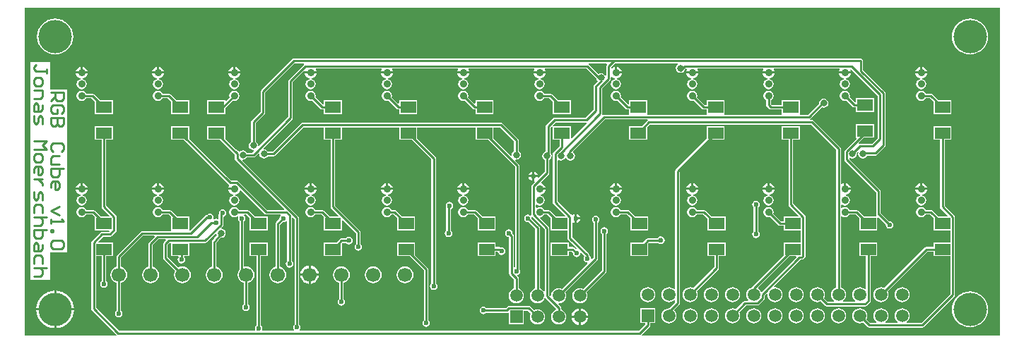
<source format=gtl>
%FSLAX44Y44*%
%MOMM*%
G71*
G01*
G75*
G04 Layer_Physical_Order=1*
G04 Layer_Color=255*
%ADD10R,1.9000X1.3500*%
%ADD11C,0.2540*%
%ADD12C,1.7000*%
%ADD13C,0.9000*%
%ADD14R,1.5000X1.5000*%
%ADD15C,1.5000*%
%ADD16C,4.0000*%
%ADD17C,0.6000*%
%ADD18C,0.8000*%
G36*
X593520Y110136D02*
Y94880D01*
X613966D01*
Y85520D01*
X613966Y85520D01*
X614181Y84439D01*
X614793Y83523D01*
X625102Y73214D01*
X625004Y72724D01*
X623789Y72355D01*
X622017Y74127D01*
X621101Y74739D01*
X620020Y74954D01*
X620020Y74954D01*
X615520D01*
Y80380D01*
X593520D01*
Y63880D01*
X615520D01*
Y69306D01*
X618850D01*
X620350Y67806D01*
X620252Y67310D01*
X620601Y65554D01*
X621596Y64066D01*
X623084Y63071D01*
X624840Y62722D01*
X626596Y63071D01*
X628084Y64066D01*
X629079Y65554D01*
X629427Y67305D01*
X629475Y67319D01*
X630744Y67572D01*
X634222Y64094D01*
X633301Y62716D01*
X632952Y60960D01*
X633301Y59204D01*
X634296Y57716D01*
X635784Y56721D01*
X637535Y56373D01*
X637549Y56325D01*
X637802Y55056D01*
X607314Y24568D01*
X605600Y25278D01*
X603250Y25588D01*
X600900Y25278D01*
X598711Y24372D01*
X596831Y22929D01*
X595388Y21049D01*
X594482Y18859D01*
X594191Y16650D01*
X592988Y16242D01*
X592104Y17126D01*
Y97639D01*
X591889Y98720D01*
X591644Y99087D01*
X591277Y99636D01*
X591277Y99636D01*
X581201Y109712D01*
X581570Y110927D01*
X582731Y111158D01*
X584716Y112484D01*
X585719Y113986D01*
X589670D01*
X593520Y110136D01*
D02*
G37*
G36*
X586456Y96469D02*
Y22054D01*
X585253Y21646D01*
X584269Y22929D01*
X582389Y24372D01*
X580674Y25082D01*
Y97790D01*
X580459Y98871D01*
X579847Y99787D01*
X570910Y108724D01*
X571008Y109220D01*
X570765Y110440D01*
X571885Y111039D01*
X586456Y96469D01*
D02*
G37*
G36*
X661298Y294452D02*
X660943Y294097D01*
X660331Y293181D01*
X660116Y292100D01*
X660116Y292100D01*
Y281139D01*
X658900Y280771D01*
X658015Y282095D01*
X656196Y283311D01*
X654050Y283738D01*
X651904Y283311D01*
X650956Y282678D01*
X639537Y294097D01*
X639068Y294410D01*
X639437Y295626D01*
X660812D01*
X661298Y294452D01*
D02*
G37*
G36*
X746659Y294410D02*
X745335Y293525D01*
X744119Y291706D01*
X743692Y289560D01*
X744119Y287414D01*
X745335Y285595D01*
X747154Y284379D01*
X749300Y283952D01*
X751446Y284379D01*
X753265Y285595D01*
X754481Y287414D01*
X754678Y288404D01*
X755494Y289220D01*
X756747Y289013D01*
X757179Y288137D01*
X757121Y288060D01*
X756411Y286348D01*
X756337Y285780D01*
X770203D01*
X770129Y286348D01*
X769419Y288060D01*
X769361Y288137D01*
X769923Y289276D01*
X848057D01*
X848619Y288137D01*
X848561Y288060D01*
X847851Y286348D01*
X847776Y285780D01*
X861644D01*
X861569Y286348D01*
X860859Y288060D01*
X860801Y288137D01*
X861363Y289276D01*
X939497D01*
X940059Y288137D01*
X940001Y288060D01*
X939291Y286348D01*
X939217Y285780D01*
X953083D01*
X953009Y286348D01*
X952473Y287641D01*
X953529Y288347D01*
X985236Y256640D01*
Y205640D01*
X978635Y199039D01*
X964565D01*
X963484Y198824D01*
X963175Y198618D01*
X962369Y199599D01*
X968890Y206120D01*
X981280D01*
Y222620D01*
X959280D01*
Y206120D01*
X959280Y206120D01*
X959280D01*
X959755Y204973D01*
X946273Y191491D01*
X945661Y190575D01*
X945446Y189494D01*
X945446Y189494D01*
Y179920D01*
X945446Y179920D01*
X945661Y178839D01*
X946273Y177923D01*
X983536Y140660D01*
Y114300D01*
X983751Y113219D01*
X984231Y112500D01*
X983633Y111380D01*
X969574D01*
X962147Y118807D01*
X961231Y119419D01*
X960150Y119634D01*
X960150Y119634D01*
X951479D01*
X950476Y121136D01*
X948491Y122462D01*
X946150Y122928D01*
X943809Y122462D01*
X942474Y121570D01*
X941354Y122169D01*
Y125451D01*
X942474Y126050D01*
X943809Y125158D01*
X946150Y124692D01*
X948491Y125158D01*
X950476Y126484D01*
X951802Y128469D01*
X952268Y130810D01*
X951802Y133151D01*
X950476Y135136D01*
X948491Y136462D01*
X947609Y136637D01*
X947650Y137907D01*
X947988Y137951D01*
X949700Y138661D01*
X951171Y139789D01*
X952299Y141260D01*
X953009Y142972D01*
X953083Y143540D01*
X946150D01*
Y144810D01*
X944880D01*
Y151743D01*
X944312Y151669D01*
X942600Y150959D01*
X942493Y150878D01*
X941354Y151440D01*
Y193040D01*
X941354Y193040D01*
X941139Y194121D01*
X940527Y195037D01*
X908777Y226787D01*
X907861Y227399D01*
X906780Y227614D01*
X906780Y227614D01*
X904867D01*
X904498Y228830D01*
X904967Y229143D01*
X918418Y242594D01*
X918604Y242469D01*
X920750Y242042D01*
X922896Y242469D01*
X924715Y243685D01*
X925931Y245504D01*
X926358Y247650D01*
X925931Y249796D01*
X924715Y251615D01*
X922896Y252831D01*
X920750Y253258D01*
X918604Y252831D01*
X916785Y251615D01*
X915569Y249796D01*
X915142Y247650D01*
X915199Y247363D01*
X901800Y233964D01*
X892996D01*
X892380Y234580D01*
X892380Y234862D01*
X892380Y234862D01*
X892380D01*
Y251080D01*
X870380D01*
Y245654D01*
X858420D01*
X857534Y246540D01*
Y251181D01*
X859036Y252184D01*
X860362Y254169D01*
X860827Y256510D01*
X860362Y258851D01*
X859036Y260836D01*
X857051Y262162D01*
X854710Y262628D01*
X852369Y262162D01*
X850384Y260836D01*
X849058Y258851D01*
X848593Y256510D01*
X849058Y254169D01*
X850384Y252184D01*
X851886Y251181D01*
Y245370D01*
X851886Y245370D01*
X852101Y244289D01*
X852713Y243373D01*
X855253Y240833D01*
X855253Y240833D01*
X855802Y240466D01*
X856169Y240221D01*
X857250Y240006D01*
X870380D01*
Y234862D01*
X870380Y234862D01*
X870380D01*
X870380Y234580D01*
X869764Y233964D01*
X802826D01*
X802210Y234580D01*
X802210Y234862D01*
X802210Y234862D01*
X802210D01*
Y251080D01*
X780210D01*
Y245654D01*
X778120D01*
X769035Y254739D01*
X769388Y256510D01*
X768922Y258851D01*
X767596Y260836D01*
X765611Y262162D01*
X763270Y262628D01*
X760929Y262162D01*
X758944Y260836D01*
X757618Y258851D01*
X757152Y256510D01*
X757618Y254169D01*
X758944Y252184D01*
X760929Y250858D01*
X763270Y250392D01*
X765041Y250745D01*
X774953Y240833D01*
X774953Y240833D01*
X775869Y240221D01*
X776950Y240006D01*
X780210D01*
Y234862D01*
X780210Y234862D01*
X780210D01*
X780210Y234580D01*
X779594Y233964D01*
X710116D01*
X709500Y234580D01*
X709500Y234862D01*
X709500Y234862D01*
X709500D01*
Y251080D01*
X687500D01*
Y246493D01*
X686327Y246007D01*
X677595Y254739D01*
X677947Y256510D01*
X677482Y258851D01*
X676156Y260836D01*
X674171Y262162D01*
X671830Y262628D01*
X669489Y262162D01*
X667504Y260836D01*
X666178Y258851D01*
X665713Y256510D01*
X666178Y254169D01*
X667504Y252184D01*
X669489Y250858D01*
X671830Y250392D01*
X673601Y250745D01*
X683513Y240833D01*
X683513Y240833D01*
X684429Y240221D01*
X685510Y240006D01*
X687500D01*
Y234862D01*
X687500Y234862D01*
X687500D01*
X687500Y234580D01*
X686884Y233964D01*
X657860D01*
X656779Y233749D01*
X656528Y233582D01*
X655472Y234287D01*
X655604Y234950D01*
Y265530D01*
X664937Y274863D01*
X664937Y274863D01*
X665549Y275779D01*
X665764Y276860D01*
Y278855D01*
X666903Y279417D01*
X668280Y278361D01*
X669992Y277651D01*
X670330Y277607D01*
X670371Y276337D01*
X669489Y276162D01*
X667504Y274836D01*
X666178Y272851D01*
X665713Y270510D01*
X666178Y268169D01*
X667504Y266184D01*
X669489Y264858D01*
X671830Y264393D01*
X674171Y264858D01*
X676156Y266184D01*
X677482Y268169D01*
X677947Y270510D01*
X677482Y272851D01*
X676156Y274836D01*
X674171Y276162D01*
X673289Y276337D01*
X673330Y277607D01*
X673668Y277651D01*
X675380Y278361D01*
X676851Y279489D01*
X677979Y280960D01*
X678689Y282672D01*
X678764Y283240D01*
X671830D01*
Y284510D01*
X670560D01*
Y291444D01*
X669992Y291369D01*
X668280Y290659D01*
X666903Y289603D01*
X666230Y289936D01*
X666023Y291189D01*
X670460Y295626D01*
X746291D01*
X746659Y294410D01*
D02*
G37*
G36*
X298192D02*
X297723Y294097D01*
X297723Y294097D01*
X279943Y276317D01*
X279331Y275401D01*
X279116Y274320D01*
X279116Y274320D01*
Y231040D01*
X244191Y196115D01*
X243071Y196713D01*
X243098Y196850D01*
X242671Y198996D01*
X241455Y200815D01*
X240314Y201578D01*
Y223660D01*
X250897Y234243D01*
X251509Y235159D01*
X251724Y236240D01*
Y260430D01*
X286920Y295626D01*
X297823D01*
X298192Y294410D01*
D02*
G37*
G36*
X637309Y223473D02*
X619233Y205397D01*
X618060Y205884D01*
Y220080D01*
X596573D01*
X596087Y221253D01*
X599340Y224506D01*
X636270D01*
X636270Y224506D01*
X636711Y224593D01*
X637309Y223473D01*
D02*
G37*
G36*
X549626Y202030D02*
Y190148D01*
X548485Y189385D01*
X547269Y187566D01*
X546842Y185420D01*
X546934Y184959D01*
X545814Y184360D01*
X525350Y204824D01*
Y218526D01*
X533130D01*
X549626Y202030D01*
D02*
G37*
G36*
X1131570Y-31750D02*
X703098D01*
X702534Y-30907D01*
X702397Y-30577D01*
X711927Y-21047D01*
X712539Y-20131D01*
X712754Y-19050D01*
X712754Y-19050D01*
Y-16620D01*
X718930D01*
Y1380D01*
X700930D01*
Y-16620D01*
X707106D01*
Y-17880D01*
X699180Y-25806D01*
X293502D01*
X292904Y-24686D01*
X293799Y-23346D01*
X294148Y-21590D01*
X293799Y-19834D01*
X292804Y-18346D01*
X292384Y-18065D01*
Y109853D01*
X292169Y110934D01*
X291557Y111851D01*
X291557Y111851D01*
X224746Y178661D01*
X225115Y179877D01*
X226936Y180239D01*
X228755Y181455D01*
X229518Y182596D01*
X237490D01*
X237490Y182596D01*
X238571Y182811D01*
X239487Y183423D01*
X243489Y187425D01*
X244609Y186827D01*
X244582Y186690D01*
X245009Y184544D01*
X246225Y182725D01*
X248044Y181509D01*
X250190Y181082D01*
X252336Y181509D01*
X254155Y182725D01*
X254918Y183866D01*
X261680D01*
X261680Y183866D01*
X262761Y184081D01*
X263677Y184693D01*
X297510Y218526D01*
X321740D01*
Y203580D01*
X329916D01*
Y123298D01*
X329916Y123297D01*
X330131Y122217D01*
X330743Y121300D01*
X339490Y112553D01*
X339004Y111380D01*
X329494D01*
X322067Y118807D01*
X321151Y119419D01*
X320070Y119634D01*
X320070Y119634D01*
X311399D01*
X310396Y121136D01*
X308411Y122462D01*
X306070Y122928D01*
X303729Y122462D01*
X301744Y121136D01*
X300418Y119151D01*
X299953Y116810D01*
X300418Y114469D01*
X301744Y112484D01*
X303729Y111158D01*
X306070Y110693D01*
X308411Y111158D01*
X310396Y112484D01*
X311399Y113986D01*
X318900D01*
X321740Y111146D01*
Y94880D01*
X343740D01*
Y106644D01*
X344913Y107130D01*
X360396Y91648D01*
Y78455D01*
X359976Y78174D01*
X358981Y76686D01*
X358632Y74930D01*
X358981Y73174D01*
X359976Y71686D01*
X361464Y70691D01*
X363220Y70342D01*
X364976Y70691D01*
X366464Y71686D01*
X367459Y73174D01*
X367808Y74930D01*
X367459Y76686D01*
X366464Y78174D01*
X366044Y78455D01*
Y92817D01*
X365829Y93898D01*
X365584Y94265D01*
X365217Y94814D01*
X365217Y94815D01*
X335564Y124467D01*
Y203580D01*
X343740D01*
Y218526D01*
X411910D01*
Y203580D01*
X427166D01*
X450566Y180180D01*
Y31465D01*
X450146Y31184D01*
X449151Y29696D01*
X448802Y27940D01*
X449151Y26184D01*
X450146Y24696D01*
X451634Y23701D01*
X453390Y23352D01*
X455146Y23701D01*
X456634Y24696D01*
X457629Y26184D01*
X457978Y27940D01*
X457629Y29696D01*
X456634Y31184D01*
X456214Y31465D01*
Y181350D01*
X455999Y182431D01*
X455754Y182798D01*
X455387Y183347D01*
X455387Y183347D01*
X433910Y204824D01*
Y218526D01*
X503350D01*
Y203580D01*
X518606D01*
X550896Y171290D01*
Y51002D01*
X549806Y50349D01*
X549504Y50511D01*
Y88320D01*
X549504Y88320D01*
X549289Y89401D01*
X548677Y90317D01*
X548050Y90944D01*
X548148Y91440D01*
X547799Y93196D01*
X546804Y94684D01*
X545316Y95679D01*
X543560Y96028D01*
X541804Y95679D01*
X540316Y94684D01*
X539321Y93196D01*
X538972Y91440D01*
X539321Y89684D01*
X540316Y88196D01*
X541804Y87201D01*
X543560Y86852D01*
X543856Y86609D01*
Y43330D01*
X543856Y43330D01*
X544071Y42249D01*
X544683Y41333D01*
X549626Y36390D01*
Y25082D01*
X547911Y24372D01*
X546031Y22929D01*
X544589Y21049D01*
X543682Y18859D01*
X543372Y16510D01*
X543682Y14160D01*
X544589Y11971D01*
X546031Y10091D01*
X547911Y8648D01*
X550101Y7742D01*
X552450Y7432D01*
X554799Y7742D01*
X556989Y8648D01*
X558869Y10091D01*
X560312Y11971D01*
X561218Y14160D01*
X561528Y16510D01*
X561218Y18859D01*
X560312Y21049D01*
X558869Y22929D01*
X556989Y24372D01*
X555274Y25082D01*
Y37560D01*
X555274Y37560D01*
X555059Y38641D01*
X554447Y39557D01*
X554447Y39557D01*
X553755Y40249D01*
X554123Y41465D01*
X554206Y41481D01*
X555694Y42476D01*
X556689Y43964D01*
X557038Y45720D01*
X556689Y47476D01*
X556544Y47692D01*
Y172460D01*
X556544Y172460D01*
X556329Y173541D01*
X555717Y174457D01*
X551390Y178784D01*
X551989Y179904D01*
X552450Y179812D01*
X554596Y180239D01*
X556415Y181455D01*
X557631Y183274D01*
X558058Y185420D01*
X557631Y187566D01*
X556415Y189385D01*
X555274Y190148D01*
Y203200D01*
X555059Y204281D01*
X554814Y204648D01*
X554447Y205197D01*
X554447Y205197D01*
X536297Y223347D01*
X535381Y223959D01*
X534300Y224174D01*
X534300Y224174D01*
X296340D01*
X295259Y223959D01*
X294343Y223347D01*
X260510Y189514D01*
X254918D01*
X254155Y190655D01*
X252336Y191871D01*
X250190Y192298D01*
X250053Y192271D01*
X249455Y193391D01*
X283937Y227873D01*
X283937Y227873D01*
X284549Y228789D01*
X284764Y229870D01*
X284764Y229870D01*
Y273150D01*
X298004Y286390D01*
X299143Y285828D01*
X299137Y285780D01*
X313004D01*
X312929Y286348D01*
X312219Y288060D01*
X312161Y288137D01*
X312723Y289276D01*
X390857D01*
X391419Y288137D01*
X391361Y288060D01*
X390651Y286348D01*
X390577Y285780D01*
X404444D01*
X404369Y286348D01*
X403659Y288060D01*
X403601Y288137D01*
X404163Y289276D01*
X482297D01*
X482859Y288137D01*
X482801Y288060D01*
X482091Y286348D01*
X482016Y285780D01*
X495883D01*
X495809Y286348D01*
X495099Y288060D01*
X495041Y288137D01*
X495603Y289276D01*
X573737D01*
X574299Y288137D01*
X574241Y288060D01*
X573531Y286348D01*
X573456Y285780D01*
X587323D01*
X587249Y286348D01*
X586539Y288060D01*
X586481Y288137D01*
X587043Y289276D01*
X636370D01*
X648672Y276973D01*
X648869Y275984D01*
X650011Y274275D01*
X645703Y269967D01*
X645091Y269051D01*
X644876Y267970D01*
X644876Y267970D01*
Y239930D01*
X635100Y230154D01*
X598170D01*
X597089Y229939D01*
X596173Y229327D01*
X588553Y221707D01*
X587941Y220791D01*
X587726Y219710D01*
X587726Y219710D01*
Y189449D01*
X587134Y189331D01*
X585315Y188115D01*
X584099Y186296D01*
X583672Y184150D01*
X584099Y182004D01*
X585315Y180185D01*
X586456Y179422D01*
Y165151D01*
X579421Y158116D01*
X578444Y158638D01*
X574159D01*
Y154354D01*
X574681Y153377D01*
X571123Y149818D01*
X570511Y148902D01*
X570296Y147821D01*
X570296Y147821D01*
Y113799D01*
X570296Y113799D01*
X570375Y113401D01*
X569319Y112695D01*
X568176Y113459D01*
X566420Y113808D01*
X564664Y113459D01*
X563176Y112464D01*
X562181Y110976D01*
X561832Y109220D01*
X562181Y107464D01*
X563176Y105976D01*
X564664Y104981D01*
X566420Y104632D01*
X566916Y104730D01*
X575026Y96620D01*
Y25082D01*
X573311Y24372D01*
X571431Y22929D01*
X569989Y21049D01*
X569082Y18859D01*
X568772Y16510D01*
X569082Y14160D01*
X569989Y11971D01*
X571431Y10091D01*
X573311Y8648D01*
X575500Y7742D01*
X577850Y7432D01*
X580200Y7742D01*
X582389Y8648D01*
X584269Y10091D01*
X585712Y11971D01*
X586249Y13268D01*
X586570Y13482D01*
X587562Y13680D01*
X600420Y822D01*
X600172Y-424D01*
X598711Y-1028D01*
X596831Y-2471D01*
X595388Y-4351D01*
X594482Y-6540D01*
X594172Y-8890D01*
X594482Y-11240D01*
X595388Y-13429D01*
X596831Y-15309D01*
X598711Y-16752D01*
X600900Y-17658D01*
X603250Y-17968D01*
X605600Y-17658D01*
X607789Y-16752D01*
X609669Y-15309D01*
X611111Y-13429D01*
X612018Y-11240D01*
X612328Y-8890D01*
X612018Y-6540D01*
X611111Y-4351D01*
X609669Y-2471D01*
X607789Y-1028D01*
X606074Y-318D01*
Y1986D01*
X605859Y3067D01*
X605247Y3983D01*
X605247Y3983D01*
X602982Y6248D01*
X603390Y7451D01*
X605600Y7742D01*
X607789Y8648D01*
X609669Y10091D01*
X611111Y11971D01*
X612018Y14160D01*
X612328Y16510D01*
X612018Y18859D01*
X611308Y20574D01*
X649697Y58963D01*
X649697Y58963D01*
X650309Y59879D01*
X650524Y60960D01*
X650524Y60960D01*
Y104425D01*
X650944Y104706D01*
X651939Y106194D01*
X652288Y107950D01*
X651939Y109706D01*
X650944Y111194D01*
X649456Y112189D01*
X647700Y112538D01*
X645944Y112189D01*
X644456Y111194D01*
X643461Y109706D01*
X643112Y107950D01*
X643461Y106194D01*
X644456Y104706D01*
X644876Y104425D01*
Y62130D01*
X643444Y60698D01*
X642175Y60951D01*
X642127Y60965D01*
X641779Y62716D01*
X640784Y64204D01*
X640364Y64485D01*
Y64770D01*
X640149Y65851D01*
X639537Y66767D01*
X619614Y86690D01*
Y103853D01*
X620734Y104452D01*
X621408Y104001D01*
X622300Y103824D01*
Y109220D01*
Y114616D01*
X621408Y114439D01*
X619576Y113214D01*
X616627Y115184D01*
X601844Y129967D01*
Y178825D01*
X602964Y179423D01*
X603644Y178969D01*
X605790Y178542D01*
X607936Y178969D01*
X609755Y180185D01*
X610870Y181853D01*
X612140D01*
X613255Y180185D01*
X615074Y178969D01*
X617220Y178542D01*
X619366Y178969D01*
X621185Y180185D01*
X622401Y182004D01*
X622828Y184150D01*
X622401Y186296D01*
X621185Y188115D01*
X620605Y188503D01*
X620481Y189767D01*
X659030Y228316D01*
X709563D01*
X709932Y227100D01*
X709463Y226787D01*
X709463Y226787D01*
X702756Y220080D01*
X687500D01*
Y203580D01*
X709500D01*
Y218836D01*
X712630Y221966D01*
X905610D01*
X935706Y191870D01*
Y26352D01*
X933991Y25642D01*
X932111Y24199D01*
X930668Y22319D01*
X929762Y20129D01*
X929452Y17780D01*
X929762Y15431D01*
X930668Y13241D01*
X932111Y11361D01*
X933394Y10377D01*
X932986Y9174D01*
X925730D01*
X921188Y13716D01*
X921898Y15431D01*
X922208Y17780D01*
X921898Y20129D01*
X920992Y22319D01*
X919549Y24199D01*
X917669Y25642D01*
X915480Y26548D01*
X913130Y26858D01*
X910780Y26548D01*
X908591Y25642D01*
X906711Y24199D01*
X905268Y22319D01*
X904362Y20129D01*
X904052Y17780D01*
X904362Y15431D01*
X905268Y13241D01*
X906711Y11361D01*
X908591Y9919D01*
X910780Y9012D01*
X913130Y8702D01*
X915480Y9012D01*
X917194Y9722D01*
X922563Y4353D01*
X923479Y3741D01*
X924560Y3526D01*
X970280D01*
X970280Y3526D01*
X971361Y3741D01*
X972277Y4353D01*
X976197Y8273D01*
X976809Y9189D01*
X977024Y10270D01*
X977024Y10270D01*
Y63880D01*
X985090D01*
Y80380D01*
X963090D01*
Y63880D01*
X971376D01*
Y24847D01*
X970237Y24285D01*
X968469Y25642D01*
X966280Y26548D01*
X963930Y26858D01*
X961581Y26548D01*
X959391Y25642D01*
X957511Y24199D01*
X956068Y22319D01*
X955162Y20129D01*
X954852Y17780D01*
X955162Y15431D01*
X956068Y13241D01*
X957511Y11361D01*
X958794Y10377D01*
X958386Y9174D01*
X944074D01*
X943666Y10377D01*
X944949Y11361D01*
X946392Y13241D01*
X947298Y15431D01*
X947608Y17780D01*
X947298Y20129D01*
X946392Y22319D01*
X944949Y24199D01*
X943069Y25642D01*
X941354Y26352D01*
Y111451D01*
X942474Y112050D01*
X943809Y111158D01*
X946150Y110693D01*
X948491Y111158D01*
X950476Y112484D01*
X951479Y113986D01*
X958980D01*
X963090Y109876D01*
Y94880D01*
X985090D01*
Y109918D01*
X985174Y110338D01*
X986389Y110707D01*
X995000Y102095D01*
X994902Y101600D01*
X995251Y99844D01*
X996246Y98356D01*
X997734Y97361D01*
X999490Y97012D01*
X1001246Y97361D01*
X1002734Y98356D01*
X1003729Y99844D01*
X1004078Y101600D01*
X1003729Y103356D01*
X1002734Y104844D01*
X1001246Y105839D01*
X999490Y106188D01*
X998995Y106090D01*
X989184Y115900D01*
Y141830D01*
X989184Y141830D01*
X988969Y142911D01*
X988357Y143827D01*
X988357Y143827D01*
X951669Y180515D01*
X951855Y181771D01*
X952214Y181963D01*
X952894Y181509D01*
X955040Y181082D01*
X957186Y181509D01*
X959005Y182725D01*
X960221Y184544D01*
X960648Y186690D01*
X960380Y188036D01*
X961355Y189011D01*
X962475Y188412D01*
X962132Y186690D01*
X962559Y184544D01*
X963775Y182725D01*
X965594Y181509D01*
X967740Y181082D01*
X969886Y181509D01*
X971705Y182725D01*
X972921Y184544D01*
X972975Y184817D01*
X982662D01*
X982662Y184817D01*
X983743Y185032D01*
X984659Y185645D01*
X994097Y195083D01*
X994097Y195083D01*
X994464Y195632D01*
X994709Y195999D01*
X994924Y197080D01*
Y259483D01*
X994924Y259483D01*
X994709Y260564D01*
X994097Y261481D01*
X968024Y287553D01*
Y298450D01*
X967809Y299531D01*
X967197Y300447D01*
X966281Y301059D01*
X965200Y301274D01*
X285750D01*
X285750Y301274D01*
X284669Y301059D01*
X283753Y300447D01*
X283753Y300447D01*
X246903Y263597D01*
X246291Y262681D01*
X246076Y261600D01*
X246076Y261600D01*
Y237410D01*
X235493Y226827D01*
X234881Y225911D01*
X234666Y224830D01*
X234666Y224830D01*
Y201578D01*
X233525Y200815D01*
X232309Y198996D01*
X231882Y196850D01*
X232309Y194704D01*
X233525Y192885D01*
X235344Y191669D01*
X237490Y191242D01*
X237627Y191269D01*
X238225Y190149D01*
X236320Y188244D01*
X229518D01*
X228755Y189385D01*
X226936Y190601D01*
X224790Y191028D01*
X222644Y190601D01*
X220825Y189385D01*
X216769Y192095D01*
X204040Y204824D01*
Y220080D01*
X182040D01*
Y203580D01*
X197296D01*
X215196Y185680D01*
Y181394D01*
X215196Y181393D01*
X215411Y180313D01*
X216023Y179396D01*
X274582Y120838D01*
X274096Y119664D01*
X254051D01*
X219638Y154077D01*
X218722Y154689D01*
X217641Y154904D01*
X217641Y154904D01*
X210780D01*
X160860Y204824D01*
Y220080D01*
X138860D01*
Y203580D01*
X154116D01*
X207613Y150083D01*
X207613Y150083D01*
X208162Y149716D01*
X208288Y149632D01*
X208495Y148379D01*
X208481Y148360D01*
X207771Y146648D01*
X207696Y146080D01*
X214630D01*
Y143540D01*
X207696D01*
X207771Y142972D01*
X208481Y141260D01*
X209609Y139789D01*
X211080Y138661D01*
X212792Y137951D01*
X213130Y137907D01*
X213171Y136637D01*
X212289Y136462D01*
X210304Y135136D01*
X208978Y133151D01*
X208512Y130810D01*
X208978Y128469D01*
X210304Y126484D01*
X212289Y125158D01*
X214630Y124692D01*
X216971Y125158D01*
X218956Y126484D01*
X220282Y128469D01*
X220748Y130810D01*
X220282Y133151D01*
X218956Y135136D01*
X216971Y136462D01*
X216089Y136637D01*
X216130Y137907D01*
X216468Y137951D01*
X218180Y138661D01*
X219651Y139789D01*
X220779Y141260D01*
X221422Y142812D01*
X222668Y143059D01*
X250884Y114843D01*
X250884Y114843D01*
X251800Y114231D01*
X252881Y114016D01*
X252882Y114016D01*
X269940D01*
X270309Y112800D01*
X269806Y112464D01*
X268811Y110976D01*
X268462Y109220D01*
X268560Y108724D01*
X264703Y104867D01*
X264091Y103951D01*
X263876Y102870D01*
X263876Y102870D01*
Y51274D01*
X261657Y50355D01*
X259568Y48752D01*
X257965Y46663D01*
X256957Y44230D01*
X256614Y41620D01*
X256957Y39009D01*
X257965Y36577D01*
X259568Y34488D01*
X261657Y32885D01*
X264090Y31877D01*
X266700Y31534D01*
X269310Y31877D01*
X271743Y32885D01*
X273832Y34488D01*
X275435Y36577D01*
X276443Y39009D01*
X276786Y41620D01*
X276443Y44230D01*
X275435Y46663D01*
X273832Y48752D01*
X271743Y50355D01*
X269524Y51274D01*
Y101700D01*
X272554Y104730D01*
X273050Y104632D01*
X274806Y104981D01*
X276294Y105976D01*
X276630Y106479D01*
X277846Y106110D01*
Y58135D01*
X277426Y57854D01*
X276431Y56366D01*
X276082Y54610D01*
X276431Y52854D01*
X277426Y51366D01*
X278914Y50371D01*
X280670Y50022D01*
X282426Y50371D01*
X283914Y51366D01*
X284909Y52854D01*
X285258Y54610D01*
X284909Y56366D01*
X283914Y57854D01*
X283494Y58135D01*
Y110266D01*
X284668Y110752D01*
X286736Y108684D01*
Y-18065D01*
X286316Y-18346D01*
X285321Y-19834D01*
X284972Y-21590D01*
X285321Y-23346D01*
X286216Y-24686D01*
X285618Y-25806D01*
X248631D01*
X248032Y-24686D01*
X248079Y-24616D01*
X248428Y-22860D01*
X248079Y-21104D01*
X247084Y-19616D01*
X246664Y-19335D01*
Y63880D01*
X254840D01*
Y80380D01*
X232840D01*
Y63880D01*
X241016D01*
Y-19335D01*
X240596Y-19616D01*
X239601Y-21104D01*
X239252Y-22860D01*
X239601Y-24616D01*
X239648Y-24686D01*
X239049Y-25806D01*
X76790D01*
X48974Y2010D01*
Y63880D01*
X55596D01*
Y34005D01*
X55176Y33724D01*
X54181Y32236D01*
X53832Y30480D01*
X54181Y28724D01*
X55176Y27236D01*
X56664Y26241D01*
X58420Y25892D01*
X60176Y26241D01*
X61664Y27236D01*
X62659Y28724D01*
X63008Y30480D01*
X62659Y32236D01*
X61664Y33724D01*
X61244Y34005D01*
Y63880D01*
X69420D01*
Y80380D01*
X52156D01*
X51670Y81553D01*
X57463Y87346D01*
X65627D01*
X65627Y87346D01*
X66708Y87561D01*
X67625Y88173D01*
X72687Y93236D01*
X72687Y93236D01*
X73299Y94152D01*
X73514Y95233D01*
Y111027D01*
X73514Y111027D01*
X73299Y112108D01*
X72687Y113024D01*
X72687Y113025D01*
X61244Y124467D01*
Y203580D01*
X69420D01*
Y220080D01*
X47420D01*
Y203580D01*
X55596D01*
Y123298D01*
X55596Y123297D01*
X55811Y122217D01*
X56423Y121300D01*
X65170Y112553D01*
X64684Y111380D01*
X55174D01*
X47747Y118807D01*
X46831Y119419D01*
X45750Y119634D01*
X45750Y119634D01*
X37079D01*
X36076Y121136D01*
X34091Y122462D01*
X31750Y122928D01*
X29409Y122462D01*
X27424Y121136D01*
X26098Y119151D01*
X25633Y116810D01*
X26098Y114469D01*
X27424Y112484D01*
X29409Y111158D01*
X31750Y110693D01*
X34091Y111158D01*
X36076Y112484D01*
X37079Y113986D01*
X44580D01*
X47420Y111146D01*
Y94880D01*
X64684D01*
X65028Y94050D01*
X64322Y92994D01*
X56293D01*
X55212Y92779D01*
X54296Y92167D01*
X44153Y82024D01*
X43541Y81108D01*
X43326Y80027D01*
X43326Y80027D01*
Y840D01*
X43326Y840D01*
X43541Y-241D01*
X44153Y-1157D01*
X73573Y-30577D01*
X73436Y-30907D01*
X72873Y-31750D01*
X-36830D01*
Y361950D01*
X1131570D01*
Y-31750D01*
D02*
G37*
G36*
X596060Y219566D02*
Y203580D01*
X604236D01*
Y196164D01*
X597023Y188951D01*
X596411Y188035D01*
X596196Y186954D01*
X596196Y186954D01*
Y128798D01*
X596196Y128797D01*
X596411Y127717D01*
X597023Y126800D01*
X611270Y112553D01*
X610784Y111380D01*
X600264D01*
X592837Y118807D01*
X591921Y119419D01*
X590840Y119634D01*
X590840Y119634D01*
X585719D01*
X584716Y121136D01*
X582731Y122462D01*
X580390Y122928D01*
X578049Y122462D01*
X577064Y121804D01*
X575944Y122403D01*
Y125217D01*
X577064Y125816D01*
X578049Y125158D01*
X580390Y124692D01*
X582731Y125158D01*
X584716Y126484D01*
X586042Y128469D01*
X586507Y130810D01*
X586042Y133151D01*
X584716Y135136D01*
X582731Y136462D01*
X581849Y136637D01*
X581890Y137907D01*
X582228Y137951D01*
X583940Y138661D01*
X585411Y139789D01*
X586539Y141260D01*
X587249Y142972D01*
X587323Y143540D01*
X580390D01*
Y146080D01*
X587323D01*
X587249Y146648D01*
X586539Y148360D01*
X585411Y149831D01*
X583940Y150959D01*
X582388Y151602D01*
X582141Y152848D01*
X591277Y161984D01*
X591277Y161984D01*
X591644Y162533D01*
X591889Y162901D01*
X592104Y163981D01*
Y179422D01*
X593245Y180185D01*
X594461Y182004D01*
X594888Y184150D01*
X594461Y186296D01*
X593374Y187922D01*
Y218540D01*
X594887Y220053D01*
X596060Y219566D01*
D02*
G37*
%LPC*%
G36*
X306070Y52588D02*
Y42890D01*
X315768D01*
X315556Y44502D01*
X314443Y47188D01*
X312674Y49494D01*
X310368Y51263D01*
X307682Y52376D01*
X306070Y52588D01*
D02*
G37*
G36*
X303530D02*
X301918Y52376D01*
X299232Y51263D01*
X296926Y49494D01*
X295157Y47188D01*
X294044Y44502D01*
X293832Y42890D01*
X303530D01*
Y52588D01*
D02*
G37*
G36*
X527890Y80380D02*
X505890D01*
Y63880D01*
X527890D01*
Y69306D01*
X530190D01*
X530431Y68094D01*
X531426Y66606D01*
X532914Y65611D01*
X534670Y65262D01*
X536426Y65611D01*
X537914Y66606D01*
X538909Y68094D01*
X539258Y69850D01*
X538909Y71606D01*
X537914Y73094D01*
X536426Y74089D01*
X534670Y74438D01*
X534093Y74323D01*
X533471Y74739D01*
X532390Y74954D01*
X527890D01*
Y80380D01*
D02*
G37*
G36*
X351790Y87138D02*
X350034Y86789D01*
X348546Y85794D01*
X348265Y85374D01*
X343160D01*
X342079Y85159D01*
X341712Y84914D01*
X341163Y84547D01*
X341163Y84547D01*
X336996Y80380D01*
X321740D01*
Y63880D01*
X343740D01*
Y79136D01*
X344330Y79726D01*
X348265D01*
X348546Y79306D01*
X350034Y78311D01*
X351790Y77962D01*
X353546Y78311D01*
X355034Y79306D01*
X356029Y80794D01*
X356378Y82550D01*
X356029Y84306D01*
X355034Y85794D01*
X353546Y86789D01*
X351790Y87138D01*
D02*
G37*
G36*
X38684Y143540D02*
X24817D01*
X24891Y142972D01*
X25601Y141260D01*
X26729Y139789D01*
X28200Y138661D01*
X29912Y137951D01*
X30250Y137907D01*
X30291Y136637D01*
X29409Y136462D01*
X27424Y135136D01*
X26098Y133151D01*
X25633Y130810D01*
X26098Y128469D01*
X27424Y126484D01*
X29409Y125158D01*
X31750Y124692D01*
X34091Y125158D01*
X36076Y126484D01*
X37402Y128469D01*
X37868Y130810D01*
X37402Y133151D01*
X36076Y135136D01*
X34091Y136462D01*
X33209Y136637D01*
X33250Y137907D01*
X33588Y137951D01*
X35300Y138661D01*
X36771Y139789D01*
X37899Y141260D01*
X38609Y142972D01*
X38684Y143540D01*
D02*
G37*
G36*
X130124D02*
X116257D01*
X116331Y142972D01*
X117041Y141260D01*
X118169Y139789D01*
X119640Y138661D01*
X121352Y137951D01*
X121690Y137907D01*
X121731Y136637D01*
X120849Y136462D01*
X118864Y135136D01*
X117538Y133151D01*
X117072Y130810D01*
X117538Y128469D01*
X118864Y126484D01*
X120849Y125158D01*
X123190Y124692D01*
X125531Y125158D01*
X127516Y126484D01*
X128842Y128469D01*
X129307Y130810D01*
X128842Y133151D01*
X127516Y135136D01*
X125531Y136462D01*
X124649Y136637D01*
X124690Y137907D01*
X125028Y137951D01*
X126740Y138661D01*
X128211Y139789D01*
X129339Y141260D01*
X130049Y142972D01*
X130124Y143540D01*
D02*
G37*
G36*
X404444D02*
X390577D01*
X390651Y142972D01*
X391361Y141260D01*
X392489Y139789D01*
X393960Y138661D01*
X395672Y137951D01*
X396010Y137907D01*
X396051Y136637D01*
X395169Y136462D01*
X393184Y135136D01*
X391858Y133151D01*
X391393Y130810D01*
X391858Y128469D01*
X393184Y126484D01*
X395169Y125158D01*
X397510Y124692D01*
X399851Y125158D01*
X401836Y126484D01*
X403162Y128469D01*
X403628Y130810D01*
X403162Y133151D01*
X401836Y135136D01*
X399851Y136462D01*
X398969Y136637D01*
X399010Y137907D01*
X399348Y137951D01*
X401060Y138661D01*
X402531Y139789D01*
X403659Y141260D01*
X404369Y142972D01*
X404444Y143540D01*
D02*
G37*
G36*
X495883D02*
X482016D01*
X482091Y142972D01*
X482801Y141260D01*
X483929Y139789D01*
X485400Y138661D01*
X487112Y137951D01*
X487450Y137907D01*
X487491Y136637D01*
X486609Y136462D01*
X484624Y135136D01*
X483298Y133151D01*
X482832Y130810D01*
X483298Y128469D01*
X484624Y126484D01*
X486609Y125158D01*
X488950Y124692D01*
X491291Y125158D01*
X493276Y126484D01*
X494602Y128469D01*
X495067Y130810D01*
X494602Y133151D01*
X493276Y135136D01*
X491291Y136462D01*
X490409Y136637D01*
X490450Y137907D01*
X490788Y137951D01*
X492500Y138661D01*
X493971Y139789D01*
X495099Y141260D01*
X495809Y142972D01*
X495883Y143540D01*
D02*
G37*
G36*
X313004D02*
X299137D01*
X299211Y142972D01*
X299921Y141260D01*
X301049Y139789D01*
X302520Y138661D01*
X304232Y137951D01*
X304570Y137907D01*
X304611Y136637D01*
X303729Y136462D01*
X301744Y135136D01*
X300418Y133151D01*
X299953Y130810D01*
X300418Y128469D01*
X301744Y126484D01*
X303729Y125158D01*
X306070Y124692D01*
X308411Y125158D01*
X310396Y126484D01*
X311722Y128469D01*
X312188Y130810D01*
X311722Y133151D01*
X310396Y135136D01*
X308411Y136462D01*
X307529Y136637D01*
X307570Y137907D01*
X307908Y137951D01*
X309620Y138661D01*
X311091Y139789D01*
X312219Y141260D01*
X312929Y142972D01*
X313004Y143540D01*
D02*
G37*
G36*
X-6125Y297410D02*
X-29440D01*
Y35412D01*
X-6125D01*
Y68422D01*
X14195D01*
Y264401D01*
X-6125D01*
Y297410D01*
D02*
G37*
G36*
X419100Y51706D02*
X416489Y51363D01*
X414057Y50355D01*
X411968Y48752D01*
X410365Y46663D01*
X409357Y44230D01*
X409014Y41620D01*
X409357Y39009D01*
X410365Y36577D01*
X411968Y34488D01*
X414057Y32885D01*
X416489Y31877D01*
X419100Y31534D01*
X421711Y31877D01*
X424143Y32885D01*
X426232Y34488D01*
X427835Y36577D01*
X428843Y39009D01*
X429186Y41620D01*
X428843Y44230D01*
X427835Y46663D01*
X426232Y48752D01*
X424143Y50355D01*
X421711Y51363D01*
X419100Y51706D01*
D02*
G37*
G36*
X725170Y87914D02*
X724089Y87699D01*
X723173Y87087D01*
X722873Y86638D01*
X722561Y86429D01*
X721856Y85374D01*
X710190D01*
X709109Y85159D01*
X708742Y84914D01*
X708193Y84547D01*
X708193Y84547D01*
X704026Y80380D01*
X688770D01*
Y63880D01*
X710770D01*
Y79136D01*
X711360Y79726D01*
X722882D01*
X724049Y78946D01*
X725805Y78597D01*
X727561Y78946D01*
X729049Y79941D01*
X730044Y81429D01*
X730393Y83185D01*
X730044Y84941D01*
X729049Y86429D01*
X727561Y87424D01*
X726282Y87678D01*
X726251Y87699D01*
X725170Y87914D01*
D02*
G37*
G36*
X624840Y114616D02*
Y110490D01*
X628966D01*
X628789Y111382D01*
X627564Y113214D01*
X625732Y114439D01*
X624840Y114616D01*
D02*
G37*
G36*
X671830Y122928D02*
X669489Y122462D01*
X667504Y121136D01*
X666178Y119151D01*
X665713Y116810D01*
X666178Y114469D01*
X667504Y112484D01*
X669489Y111158D01*
X671830Y110693D01*
X674171Y111158D01*
X676156Y112484D01*
X677159Y113986D01*
X684920D01*
X688770Y110136D01*
Y94880D01*
X710770D01*
Y111380D01*
X695514D01*
X688087Y118807D01*
X687171Y119419D01*
X686090Y119634D01*
X686090Y119634D01*
X677159D01*
X676156Y121136D01*
X674171Y122462D01*
X671830Y122928D01*
D02*
G37*
G36*
X488950D02*
X486609Y122462D01*
X484624Y121136D01*
X483298Y119151D01*
X482832Y116810D01*
X483298Y114469D01*
X484624Y112484D01*
X486609Y111158D01*
X488950Y110693D01*
X491291Y111158D01*
X493276Y112484D01*
X494279Y113986D01*
X501780D01*
X505890Y109876D01*
Y94880D01*
X527890D01*
Y111380D01*
X512374D01*
X504947Y118807D01*
X504031Y119419D01*
X502950Y119634D01*
X502950Y119634D01*
X494279D01*
X493276Y121136D01*
X491291Y122462D01*
X488950Y122928D01*
D02*
G37*
G36*
X892380Y220080D02*
X870380D01*
Y203580D01*
X878556D01*
Y125837D01*
X878556Y125837D01*
X878771Y124756D01*
X879383Y123840D01*
X890670Y112553D01*
X890184Y111380D01*
X872920D01*
Y105954D01*
X869560D01*
X860475Y115039D01*
X860827Y116810D01*
X860362Y119151D01*
X859036Y121136D01*
X857051Y122462D01*
X854710Y122928D01*
X852369Y122462D01*
X850384Y121136D01*
X849058Y119151D01*
X848593Y116810D01*
X849058Y114469D01*
X850384Y112484D01*
X852369Y111158D01*
X854710Y110693D01*
X856481Y111045D01*
X866393Y101133D01*
X866393Y101133D01*
X867309Y100521D01*
X868390Y100306D01*
X872920D01*
Y94880D01*
X893366D01*
Y80380D01*
X872920D01*
Y65124D01*
X834933Y27137D01*
X834524Y26525D01*
X832391Y25642D01*
X830511Y24199D01*
X829069Y22319D01*
X828162Y20129D01*
X827852Y17780D01*
X828162Y15431D01*
X829069Y13241D01*
X830425Y11473D01*
X829863Y10334D01*
X826660D01*
X825579Y10119D01*
X825212Y9874D01*
X824663Y9507D01*
X824663Y9507D01*
X815594Y438D01*
X813879Y1148D01*
X811530Y1458D01*
X809181Y1148D01*
X806991Y242D01*
X805111Y-1201D01*
X803669Y-3081D01*
X802762Y-5271D01*
X802452Y-7620D01*
X802762Y-9969D01*
X803669Y-12159D01*
X805111Y-14039D01*
X806991Y-15481D01*
X809181Y-16388D01*
X811530Y-16698D01*
X813879Y-16388D01*
X816069Y-15481D01*
X817949Y-14039D01*
X819391Y-12159D01*
X820298Y-9969D01*
X820608Y-7620D01*
X820298Y-5271D01*
X819588Y-3556D01*
X827830Y4686D01*
X841184D01*
X841184Y4686D01*
X842265Y4901D01*
X843181Y5513D01*
X849197Y11529D01*
X849197Y11529D01*
X849564Y12078D01*
X849809Y12445D01*
X850024Y13526D01*
Y16720D01*
X852184Y18880D01*
X853323Y18318D01*
X853252Y17780D01*
X853562Y15431D01*
X854469Y13241D01*
X855911Y11361D01*
X857791Y9919D01*
X859980Y9012D01*
X862330Y8702D01*
X864679Y9012D01*
X866869Y9919D01*
X868749Y11361D01*
X870191Y13241D01*
X871098Y15431D01*
X871408Y17780D01*
X871098Y20129D01*
X870191Y22319D01*
X868749Y24199D01*
X866869Y25642D01*
X864679Y26548D01*
X862330Y26858D01*
X861792Y26787D01*
X861230Y27926D01*
X893090Y59786D01*
X894567D01*
X894567Y59786D01*
X895648Y60001D01*
X896564Y60613D01*
X898187Y62235D01*
X898187Y62236D01*
X898554Y62785D01*
X898799Y63152D01*
X899014Y64233D01*
Y111027D01*
X899014Y111027D01*
X898799Y112108D01*
X898187Y113024D01*
X884204Y127007D01*
Y203580D01*
X892380D01*
Y220080D01*
D02*
G37*
G36*
X628966Y107950D02*
X624840D01*
Y103824D01*
X625732Y104001D01*
X627564Y105226D01*
X628789Y107058D01*
X628966Y107950D01*
D02*
G37*
G36*
X763270Y122928D02*
X760929Y122462D01*
X758944Y121136D01*
X757618Y119151D01*
X757152Y116810D01*
X757618Y114469D01*
X758944Y112484D01*
X760929Y111158D01*
X763270Y110693D01*
X765611Y111158D01*
X767596Y112484D01*
X768599Y113986D01*
X776100D01*
X781480Y108606D01*
Y94880D01*
X803480D01*
Y111380D01*
X786694D01*
X779267Y118807D01*
X778351Y119419D01*
X777270Y119634D01*
X777270Y119634D01*
X768599D01*
X767596Y121136D01*
X765611Y122462D01*
X763270Y122928D01*
D02*
G37*
G36*
X123190D02*
X120849Y122462D01*
X118864Y121136D01*
X117538Y119151D01*
X117072Y116810D01*
X117538Y114469D01*
X118864Y112484D01*
X120849Y111158D01*
X123190Y110693D01*
X125531Y111158D01*
X127516Y112484D01*
X128519Y113986D01*
X136020D01*
X138860Y111146D01*
Y95162D01*
X138860Y95162D01*
X138860D01*
X138860Y94880D01*
X138244Y94264D01*
X104140D01*
X104140Y94264D01*
X103059Y94049D01*
X102143Y93437D01*
X74203Y65497D01*
X73591Y64581D01*
X73376Y63500D01*
X73376Y63500D01*
Y51274D01*
X71157Y50355D01*
X69068Y48752D01*
X67465Y46663D01*
X66457Y44230D01*
X66114Y41620D01*
X66457Y39009D01*
X67465Y36577D01*
X69068Y34488D01*
X71157Y32885D01*
X73376Y31966D01*
Y-1555D01*
X72956Y-1836D01*
X71961Y-3324D01*
X71612Y-5080D01*
X71961Y-6836D01*
X72956Y-8324D01*
X74444Y-9319D01*
X76200Y-9668D01*
X77956Y-9319D01*
X79444Y-8324D01*
X80439Y-6836D01*
X80788Y-5080D01*
X80439Y-3324D01*
X79444Y-1836D01*
X79024Y-1555D01*
Y31966D01*
X81243Y32885D01*
X83332Y34488D01*
X84935Y36577D01*
X85943Y39009D01*
X86286Y41620D01*
X85943Y44230D01*
X84935Y46663D01*
X83332Y48752D01*
X81243Y50355D01*
X79024Y51274D01*
Y62330D01*
X105310Y88616D01*
X118522D01*
X119008Y87442D01*
X112303Y80737D01*
X111691Y79821D01*
X111476Y78740D01*
X111476Y78740D01*
Y51274D01*
X109257Y50355D01*
X107168Y48752D01*
X105565Y46663D01*
X104557Y44230D01*
X104214Y41620D01*
X104557Y39009D01*
X105565Y36577D01*
X107168Y34488D01*
X109257Y32885D01*
X111690Y31877D01*
X114300Y31534D01*
X116910Y31877D01*
X119343Y32885D01*
X121432Y34488D01*
X123035Y36577D01*
X124043Y39009D01*
X124386Y41620D01*
X124043Y44230D01*
X123035Y46663D01*
X121432Y48752D01*
X119343Y50355D01*
X117124Y51274D01*
Y77570D01*
X124130Y84576D01*
X132262D01*
X132748Y83402D01*
X130083Y80737D01*
X129471Y79821D01*
X129256Y78740D01*
X129256Y78740D01*
Y61940D01*
X129256Y61940D01*
X129471Y60859D01*
X130083Y59943D01*
X143576Y46449D01*
X142657Y44230D01*
X142314Y41620D01*
X142657Y39009D01*
X143665Y36577D01*
X145268Y34488D01*
X147357Y32885D01*
X149789Y31877D01*
X152400Y31534D01*
X155010Y31877D01*
X157443Y32885D01*
X159532Y34488D01*
X161135Y36577D01*
X162143Y39009D01*
X162486Y41620D01*
X162143Y44230D01*
X161135Y46663D01*
X159532Y48752D01*
X157443Y50355D01*
X155010Y51363D01*
X152400Y51706D01*
X149789Y51363D01*
X147571Y50444D01*
X134904Y63110D01*
Y77570D01*
X137060Y79726D01*
X138860D01*
Y63880D01*
X147170D01*
X147769Y62760D01*
X146891Y61446D01*
X146542Y59690D01*
X146891Y57934D01*
X147886Y56446D01*
X149374Y55451D01*
X151130Y55102D01*
X152886Y55451D01*
X154374Y56446D01*
X155369Y57934D01*
X155718Y59690D01*
X155369Y61446D01*
X154491Y62760D01*
X155090Y63880D01*
X160860D01*
Y79726D01*
X179610D01*
X179610Y79726D01*
X180691Y79941D01*
X181607Y80553D01*
X192166Y91111D01*
X193381Y90743D01*
X193664Y89318D01*
X188259Y82268D01*
X188096Y81938D01*
X187891Y81631D01*
X187854Y81447D01*
X187772Y81280D01*
X187748Y80912D01*
X187676Y80550D01*
Y51274D01*
X185457Y50355D01*
X183368Y48752D01*
X181765Y46663D01*
X180757Y44230D01*
X180414Y41620D01*
X180757Y39009D01*
X181765Y36577D01*
X183368Y34488D01*
X185457Y32885D01*
X187889Y31877D01*
X190500Y31534D01*
X193111Y31877D01*
X195543Y32885D01*
X197632Y34488D01*
X199235Y36577D01*
X200243Y39009D01*
X200586Y41620D01*
X200243Y44230D01*
X199235Y46663D01*
X197632Y48752D01*
X195543Y50355D01*
X193324Y51274D01*
Y79592D01*
X198207Y85960D01*
X198850Y85832D01*
X200996Y86259D01*
X202815Y87475D01*
X204031Y89294D01*
X204458Y91440D01*
X204031Y93586D01*
X202815Y95405D01*
X200996Y96621D01*
X199547Y96909D01*
X199179Y98124D01*
X200807Y99753D01*
X200807Y99753D01*
X201419Y100669D01*
X201634Y101750D01*
X201634Y101750D01*
Y111176D01*
X202416Y111331D01*
X203904Y112326D01*
X204899Y113814D01*
X205248Y115570D01*
X204899Y117326D01*
X203904Y118814D01*
X202416Y119809D01*
X200660Y120158D01*
X198904Y119809D01*
X197416Y118814D01*
X196421Y117326D01*
X196072Y115570D01*
X196219Y114829D01*
X196201Y114801D01*
X195986Y113720D01*
X195986Y113720D01*
Y108931D01*
X194866Y108332D01*
X194796Y108379D01*
X193040Y108728D01*
X191284Y108379D01*
X190737Y108014D01*
X189659Y108734D01*
X190008Y110490D01*
X189659Y112246D01*
X188664Y113734D01*
X187176Y114729D01*
X185420Y115078D01*
X183664Y114729D01*
X182176Y113734D01*
X181895Y113314D01*
X181610D01*
X180529Y113099D01*
X180162Y112854D01*
X179613Y112487D01*
X179613Y112487D01*
X162033Y94908D01*
X160860Y95393D01*
Y111380D01*
X146614D01*
X139187Y118807D01*
X138271Y119419D01*
X137190Y119634D01*
X137190Y119634D01*
X128519D01*
X127516Y121136D01*
X125531Y122462D01*
X123190Y122928D01*
D02*
G37*
G36*
X472440Y129048D02*
X470684Y128699D01*
X469196Y127704D01*
X468201Y126216D01*
X467852Y124460D01*
X468201Y122704D01*
X468346Y122488D01*
Y94965D01*
X467926Y94684D01*
X466931Y93196D01*
X466582Y91440D01*
X466931Y89684D01*
X467926Y88196D01*
X469414Y87201D01*
X471170Y86852D01*
X472926Y87201D01*
X474414Y88196D01*
X475409Y89684D01*
X475758Y91440D01*
X475409Y93196D01*
X474414Y94684D01*
X473994Y94965D01*
Y120181D01*
X474196Y120221D01*
X475684Y121216D01*
X476679Y122704D01*
X477028Y124460D01*
X476679Y126216D01*
X475684Y127704D01*
X474196Y128699D01*
X472440Y129048D01*
D02*
G37*
G36*
X839470Y130318D02*
X837714Y129969D01*
X836226Y128974D01*
X835231Y127486D01*
X834882Y125730D01*
X835231Y123974D01*
X836226Y122486D01*
X836646Y122205D01*
Y93695D01*
X836226Y93414D01*
X835231Y91926D01*
X834882Y90170D01*
X835231Y88414D01*
X836226Y86926D01*
X837714Y85931D01*
X839470Y85582D01*
X841226Y85931D01*
X842714Y86926D01*
X843709Y88414D01*
X844058Y90170D01*
X843709Y91926D01*
X842714Y93414D01*
X842294Y93695D01*
Y122205D01*
X842714Y122486D01*
X843709Y123974D01*
X844058Y125730D01*
X843709Y127486D01*
X842714Y128974D01*
X841226Y129969D01*
X839470Y130318D01*
D02*
G37*
G36*
X397510Y122928D02*
X395169Y122462D01*
X393184Y121136D01*
X391858Y119151D01*
X391393Y116810D01*
X391858Y114469D01*
X393184Y112484D01*
X395169Y111158D01*
X397510Y110693D01*
X399851Y111158D01*
X401836Y112484D01*
X402839Y113986D01*
X405520D01*
X409370Y110136D01*
Y94880D01*
X431370D01*
Y111380D01*
X416114D01*
X408687Y118807D01*
X407771Y119419D01*
X406690Y119634D01*
X406690Y119634D01*
X402839D01*
X401836Y121136D01*
X399851Y122462D01*
X397510Y122928D01*
D02*
G37*
G36*
X214630D02*
X212289Y122462D01*
X210304Y121136D01*
X208978Y119151D01*
X208512Y116810D01*
X208978Y114469D01*
X210304Y112484D01*
X212289Y111158D01*
X214630Y110693D01*
X216971Y111158D01*
X218658Y112285D01*
X219556Y111387D01*
X219281Y110976D01*
X218932Y109220D01*
X219281Y107464D01*
X220276Y105976D01*
X220696Y105695D01*
Y47746D01*
X219865Y46663D01*
X218857Y44230D01*
X218514Y41620D01*
X218857Y39009D01*
X219865Y36577D01*
X221468Y34488D01*
X223557Y32885D01*
X225776Y31966D01*
Y6065D01*
X225356Y5784D01*
X224361Y4296D01*
X224012Y2540D01*
X224361Y784D01*
X225356Y-704D01*
X226844Y-1699D01*
X228600Y-2048D01*
X230356Y-1699D01*
X231844Y-704D01*
X232839Y784D01*
X233188Y2540D01*
X232839Y4296D01*
X231844Y5784D01*
X231424Y6065D01*
Y31966D01*
X233643Y32885D01*
X235732Y34488D01*
X237335Y36577D01*
X238343Y39009D01*
X238686Y41620D01*
X238343Y44230D01*
X237335Y46663D01*
X235732Y48752D01*
X233643Y50355D01*
X231210Y51363D01*
X228600Y51706D01*
X227299Y51535D01*
X226344Y52372D01*
Y105695D01*
X226764Y105976D01*
X227759Y107464D01*
X228108Y109220D01*
X227759Y110976D01*
X226764Y112464D01*
X226306Y112770D01*
X226675Y113986D01*
X228990D01*
X232840Y110136D01*
Y94880D01*
X254840D01*
Y111380D01*
X239584D01*
X232157Y118807D01*
X231241Y119419D01*
X230160Y119634D01*
X230160Y119634D01*
X219959D01*
X218956Y121136D01*
X216971Y122462D01*
X214630Y122928D01*
D02*
G37*
G36*
X1073990Y220080D02*
X1051990D01*
Y203580D01*
X1060166D01*
Y123298D01*
X1060166Y123297D01*
X1060381Y122217D01*
X1060993Y121300D01*
X1069740Y112553D01*
X1069254Y111380D01*
X1058734D01*
X1051307Y118807D01*
X1050391Y119419D01*
X1049310Y119634D01*
X1049310Y119634D01*
X1042919D01*
X1041916Y121136D01*
X1039931Y122462D01*
X1037590Y122928D01*
X1035249Y122462D01*
X1033264Y121136D01*
X1031938Y119151D01*
X1031472Y116810D01*
X1031938Y114469D01*
X1033264Y112484D01*
X1035249Y111158D01*
X1037590Y110693D01*
X1039931Y111158D01*
X1041916Y112484D01*
X1042919Y113986D01*
X1048140D01*
X1051990Y110136D01*
Y94880D01*
X1072436D01*
Y80380D01*
X1051990D01*
Y74954D01*
X1043680D01*
X1042599Y74739D01*
X1042232Y74494D01*
X1041683Y74127D01*
X1041683Y74127D01*
X993394Y25838D01*
X991680Y26548D01*
X989330Y26858D01*
X986981Y26548D01*
X984791Y25642D01*
X982911Y24199D01*
X981469Y22319D01*
X980562Y20129D01*
X980252Y17780D01*
X980562Y15431D01*
X981469Y13241D01*
X982911Y11361D01*
X984791Y9919D01*
X986981Y9012D01*
X989330Y8702D01*
X991680Y9012D01*
X993869Y9919D01*
X995749Y11361D01*
X997191Y13241D01*
X998098Y15431D01*
X998408Y17780D01*
X998098Y20129D01*
X997388Y21844D01*
X1044850Y69306D01*
X1051990D01*
Y63880D01*
X1072436D01*
Y18520D01*
X1037690Y-16226D01*
X1020274D01*
X1019866Y-15023D01*
X1021149Y-14039D01*
X1022591Y-12159D01*
X1023498Y-9969D01*
X1023808Y-7620D01*
X1023498Y-5271D01*
X1022591Y-3081D01*
X1021149Y-1201D01*
X1019269Y242D01*
X1017079Y1148D01*
X1014730Y1458D01*
X1012381Y1148D01*
X1010191Y242D01*
X1008311Y-1201D01*
X1006869Y-3081D01*
X1005962Y-5271D01*
X1005652Y-7620D01*
X1005962Y-9969D01*
X1006869Y-12159D01*
X1008311Y-14039D01*
X1009594Y-15023D01*
X1009186Y-16226D01*
X994874D01*
X994466Y-15023D01*
X995749Y-14039D01*
X997191Y-12159D01*
X998098Y-9969D01*
X998408Y-7620D01*
X998098Y-5271D01*
X997191Y-3081D01*
X995749Y-1201D01*
X993869Y242D01*
X991680Y1148D01*
X989330Y1458D01*
X986981Y1148D01*
X984791Y242D01*
X982911Y-1201D01*
X981469Y-3081D01*
X980562Y-5271D01*
X980252Y-7620D01*
X980562Y-9969D01*
X981469Y-12159D01*
X982911Y-14039D01*
X984194Y-15023D01*
X983786Y-16226D01*
X976530D01*
X971988Y-11684D01*
X972698Y-9969D01*
X973008Y-7620D01*
X972698Y-5271D01*
X971792Y-3081D01*
X970349Y-1201D01*
X968469Y242D01*
X966280Y1148D01*
X963930Y1458D01*
X961581Y1148D01*
X959391Y242D01*
X957511Y-1201D01*
X956068Y-3081D01*
X955162Y-5271D01*
X954852Y-7620D01*
X955162Y-9969D01*
X956068Y-12159D01*
X957511Y-14039D01*
X959391Y-15481D01*
X961581Y-16388D01*
X963930Y-16698D01*
X966280Y-16388D01*
X967994Y-15678D01*
X973363Y-21047D01*
X974279Y-21659D01*
X975360Y-21874D01*
X1038860D01*
X1038860Y-21874D01*
X1039941Y-21659D01*
X1040857Y-21047D01*
X1077257Y15353D01*
X1077257Y15353D01*
X1077869Y16269D01*
X1078084Y17350D01*
Y111027D01*
X1078084Y111027D01*
X1077869Y112108D01*
X1077257Y113024D01*
X1077257Y113025D01*
X1065814Y124467D01*
Y203580D01*
X1073990D01*
Y220080D01*
D02*
G37*
G36*
X887730Y1458D02*
X885380Y1148D01*
X883191Y242D01*
X881311Y-1201D01*
X879868Y-3081D01*
X878962Y-5271D01*
X878652Y-7620D01*
X878962Y-9969D01*
X879868Y-12159D01*
X881311Y-14039D01*
X883191Y-15481D01*
X885380Y-16388D01*
X887730Y-16698D01*
X890079Y-16388D01*
X892269Y-15481D01*
X894149Y-14039D01*
X895592Y-12159D01*
X896498Y-9969D01*
X896808Y-7620D01*
X896498Y-5271D01*
X895592Y-3081D01*
X894149Y-1201D01*
X892269Y242D01*
X890079Y1148D01*
X887730Y1458D01*
D02*
G37*
G36*
X862330D02*
X859980Y1148D01*
X857791Y242D01*
X855911Y-1201D01*
X854469Y-3081D01*
X853562Y-5271D01*
X853252Y-7620D01*
X853562Y-9969D01*
X854469Y-12159D01*
X855911Y-14039D01*
X857791Y-15481D01*
X859980Y-16388D01*
X862330Y-16698D01*
X864679Y-16388D01*
X866869Y-15481D01*
X868749Y-14039D01*
X870191Y-12159D01*
X871098Y-9969D01*
X871408Y-7620D01*
X871098Y-5271D01*
X870191Y-3081D01*
X868749Y-1201D01*
X866869Y242D01*
X864679Y1148D01*
X862330Y1458D01*
D02*
G37*
G36*
X836930D02*
X834581Y1148D01*
X832391Y242D01*
X830511Y-1201D01*
X829069Y-3081D01*
X828162Y-5271D01*
X827852Y-7620D01*
X828162Y-9969D01*
X829069Y-12159D01*
X830511Y-14039D01*
X832391Y-15481D01*
X834581Y-16388D01*
X836930Y-16698D01*
X839279Y-16388D01*
X841469Y-15481D01*
X843349Y-14039D01*
X844791Y-12159D01*
X845698Y-9969D01*
X846008Y-7620D01*
X845698Y-5271D01*
X844791Y-3081D01*
X843349Y-1201D01*
X841469Y242D01*
X839279Y1148D01*
X836930Y1458D01*
D02*
G37*
G36*
X913130D02*
X910780Y1148D01*
X908591Y242D01*
X906711Y-1201D01*
X905268Y-3081D01*
X904362Y-5271D01*
X904052Y-7620D01*
X904362Y-9969D01*
X905268Y-12159D01*
X906711Y-14039D01*
X908591Y-15481D01*
X910780Y-16388D01*
X913130Y-16698D01*
X915480Y-16388D01*
X917669Y-15481D01*
X919549Y-14039D01*
X920992Y-12159D01*
X921898Y-9969D01*
X922208Y-7620D01*
X921898Y-5271D01*
X920992Y-3081D01*
X919549Y-1201D01*
X917669Y242D01*
X915480Y1148D01*
X913130Y1458D01*
D02*
G37*
G36*
X629920Y1069D02*
Y-7620D01*
X638609D01*
X638432Y-6269D01*
X637420Y-3827D01*
X635811Y-1729D01*
X633713Y-120D01*
X631271Y892D01*
X629920Y1069D01*
D02*
G37*
G36*
X627380D02*
X626029Y892D01*
X623587Y-120D01*
X621489Y-1729D01*
X619880Y-3827D01*
X618868Y-6269D01*
X618691Y-7620D01*
X627380D01*
Y1069D01*
D02*
G37*
G36*
X938530Y1458D02*
X936180Y1148D01*
X933991Y242D01*
X932111Y-1201D01*
X930668Y-3081D01*
X929762Y-5271D01*
X929452Y-7620D01*
X929762Y-9969D01*
X930668Y-12159D01*
X932111Y-14039D01*
X933991Y-15481D01*
X936180Y-16388D01*
X938530Y-16698D01*
X940880Y-16388D01*
X943069Y-15481D01*
X944949Y-14039D01*
X946392Y-12159D01*
X947298Y-9969D01*
X947608Y-7620D01*
X947298Y-5271D01*
X946392Y-3081D01*
X944949Y-1201D01*
X943069Y242D01*
X940880Y1148D01*
X938530Y1458D01*
D02*
G37*
G36*
X786130D02*
X783781Y1148D01*
X781591Y242D01*
X779711Y-1201D01*
X778269Y-3081D01*
X777362Y-5271D01*
X777052Y-7620D01*
X777362Y-9969D01*
X778269Y-12159D01*
X779711Y-14039D01*
X781591Y-15481D01*
X783781Y-16388D01*
X786130Y-16698D01*
X788480Y-16388D01*
X790669Y-15481D01*
X792549Y-14039D01*
X793991Y-12159D01*
X794898Y-9969D01*
X795208Y-7620D01*
X794898Y-5271D01*
X793991Y-3081D01*
X792549Y-1201D01*
X790669Y242D01*
X788480Y1148D01*
X786130Y1458D01*
D02*
G37*
G36*
X1096010Y21604D02*
X1091795Y21189D01*
X1087742Y19959D01*
X1084007Y17963D01*
X1080734Y15276D01*
X1078047Y12003D01*
X1076050Y8267D01*
X1074821Y4215D01*
X1074406Y0D01*
X1074821Y-4215D01*
X1076050Y-8267D01*
X1078047Y-12003D01*
X1080734Y-15276D01*
X1084007Y-17963D01*
X1087742Y-19959D01*
X1091795Y-21189D01*
X1096010Y-21604D01*
X1100225Y-21189D01*
X1104277Y-19959D01*
X1108012Y-17963D01*
X1111286Y-15276D01*
X1113973Y-12003D01*
X1115969Y-8267D01*
X1117199Y-4215D01*
X1117614Y0D01*
X1117199Y4215D01*
X1115969Y8267D01*
X1113973Y12003D01*
X1111286Y15276D01*
X1108012Y17963D01*
X1104277Y19959D01*
X1100225Y21189D01*
X1096010Y21604D01*
D02*
G37*
G36*
X22524Y-1270D02*
X1270D01*
Y-22524D01*
X4419Y-22214D01*
X8667Y-20925D01*
X12583Y-18832D01*
X16015Y-16015D01*
X18832Y-12583D01*
X20925Y-8667D01*
X22214Y-4419D01*
X22524Y-1270D01*
D02*
G37*
G36*
X-1270D02*
X-22524D01*
X-22214Y-4419D01*
X-20925Y-8667D01*
X-18832Y-12583D01*
X-16015Y-16015D01*
X-12583Y-18832D01*
X-8667Y-20925D01*
X-4419Y-22214D01*
X-1270Y-22524D01*
Y-1270D01*
D02*
G37*
G36*
X431370Y80380D02*
X409370D01*
Y63880D01*
X424626D01*
X441676Y46830D01*
Y-12985D01*
X441256Y-13266D01*
X440261Y-14754D01*
X439912Y-16510D01*
X440261Y-18266D01*
X441256Y-19754D01*
X442744Y-20749D01*
X444500Y-21098D01*
X446256Y-20749D01*
X447744Y-19754D01*
X448739Y-18266D01*
X449088Y-16510D01*
X448739Y-14754D01*
X447744Y-13266D01*
X447324Y-12985D01*
Y48000D01*
X447324Y48000D01*
X447109Y49081D01*
X446497Y49997D01*
X431370Y65124D01*
Y80380D01*
D02*
G37*
G36*
X760730Y1458D02*
X758381Y1148D01*
X756191Y242D01*
X754311Y-1201D01*
X752868Y-3081D01*
X751962Y-5271D01*
X751652Y-7620D01*
X751962Y-9969D01*
X752868Y-12159D01*
X754311Y-14039D01*
X756191Y-15481D01*
X758381Y-16388D01*
X760730Y-16698D01*
X763080Y-16388D01*
X765269Y-15481D01*
X767149Y-14039D01*
X768592Y-12159D01*
X769498Y-9969D01*
X769808Y-7620D01*
X769498Y-5271D01*
X768592Y-3081D01*
X767149Y-1201D01*
X765269Y242D01*
X763080Y1148D01*
X760730Y1458D01*
D02*
G37*
G36*
X638609Y-10160D02*
X629920D01*
Y-18849D01*
X631271Y-18672D01*
X633713Y-17660D01*
X635811Y-16051D01*
X637420Y-13953D01*
X638432Y-11511D01*
X638609Y-10160D01*
D02*
G37*
G36*
X627380D02*
X618691D01*
X618868Y-11511D01*
X619880Y-13953D01*
X621489Y-16051D01*
X623587Y-17660D01*
X626029Y-18672D01*
X627380Y-18849D01*
Y-10160D01*
D02*
G37*
G36*
X657860Y98568D02*
X656104Y98219D01*
X654616Y97224D01*
X653621Y95736D01*
X653272Y93980D01*
X653621Y92224D01*
X654616Y90736D01*
X655036Y90455D01*
Y46890D01*
X632714Y24568D01*
X630999Y25278D01*
X628650Y25588D01*
X626301Y25278D01*
X624111Y24372D01*
X622231Y22929D01*
X620788Y21049D01*
X619882Y18859D01*
X619572Y16510D01*
X619882Y14160D01*
X620788Y11971D01*
X622231Y10091D01*
X624111Y8648D01*
X626301Y7742D01*
X628650Y7432D01*
X630999Y7742D01*
X633189Y8648D01*
X635069Y10091D01*
X636511Y11971D01*
X637418Y14160D01*
X637728Y16510D01*
X637418Y18859D01*
X636708Y20574D01*
X659857Y43723D01*
X659857Y43723D01*
X660469Y44639D01*
X660684Y45720D01*
X660684Y45720D01*
Y90455D01*
X661104Y90736D01*
X662099Y92224D01*
X662448Y93980D01*
X662099Y95736D01*
X661104Y97224D01*
X659616Y98219D01*
X657860Y98568D01*
D02*
G37*
G36*
X802210Y220080D02*
X780210D01*
Y204824D01*
X743603Y168217D01*
X742991Y167301D01*
X742776Y166220D01*
X742776Y166220D01*
Y24847D01*
X741637Y24285D01*
X739869Y25642D01*
X737680Y26548D01*
X735330Y26858D01*
X732980Y26548D01*
X730791Y25642D01*
X728911Y24199D01*
X727468Y22319D01*
X726562Y20129D01*
X726252Y17780D01*
X726562Y15431D01*
X727468Y13241D01*
X728911Y11361D01*
X730791Y9919D01*
X732980Y9012D01*
X735330Y8702D01*
X737680Y9012D01*
X739869Y9919D01*
X741637Y11275D01*
X742776Y10713D01*
Y8680D01*
X735527Y1432D01*
X735330Y1458D01*
X732980Y1148D01*
X730791Y242D01*
X728911Y-1201D01*
X727468Y-3081D01*
X726562Y-5271D01*
X726252Y-7620D01*
X726562Y-9969D01*
X727468Y-12159D01*
X728911Y-14039D01*
X730791Y-15481D01*
X732980Y-16388D01*
X735330Y-16698D01*
X737680Y-16388D01*
X739869Y-15481D01*
X741749Y-14039D01*
X743192Y-12159D01*
X744098Y-9969D01*
X744408Y-7620D01*
X744098Y-5271D01*
X743192Y-3081D01*
X741749Y-1201D01*
X741696Y-388D01*
X747597Y5513D01*
X747597Y5513D01*
X748209Y6429D01*
X748424Y7510D01*
Y165050D01*
X786954Y203580D01*
X802210D01*
Y220080D01*
D02*
G37*
G36*
X1014730Y26858D02*
X1012381Y26548D01*
X1010191Y25642D01*
X1008311Y24199D01*
X1006869Y22319D01*
X1005962Y20129D01*
X1005652Y17780D01*
X1005962Y15431D01*
X1006869Y13241D01*
X1008311Y11361D01*
X1010191Y9919D01*
X1012381Y9012D01*
X1014730Y8702D01*
X1017079Y9012D01*
X1019269Y9919D01*
X1021149Y11361D01*
X1022591Y13241D01*
X1023498Y15431D01*
X1023808Y17780D01*
X1023498Y20129D01*
X1022591Y22319D01*
X1021149Y24199D01*
X1019269Y25642D01*
X1017079Y26548D01*
X1014730Y26858D01*
D02*
G37*
G36*
X803480Y80380D02*
X781480D01*
Y63880D01*
X789656D01*
Y50700D01*
X764794Y25838D01*
X763080Y26548D01*
X760730Y26858D01*
X758381Y26548D01*
X756191Y25642D01*
X754311Y24199D01*
X752868Y22319D01*
X751962Y20129D01*
X751652Y17780D01*
X751962Y15431D01*
X752868Y13241D01*
X754311Y11361D01*
X756191Y9919D01*
X758381Y9012D01*
X760730Y8702D01*
X763080Y9012D01*
X765269Y9919D01*
X767149Y11361D01*
X768592Y13241D01*
X769498Y15431D01*
X769808Y17780D01*
X769498Y20129D01*
X768788Y21844D01*
X794477Y47533D01*
X795089Y48449D01*
X795304Y49530D01*
X795304Y49530D01*
Y63880D01*
X803480D01*
Y80380D01*
D02*
G37*
G36*
X381000Y51706D02*
X378390Y51363D01*
X375957Y50355D01*
X373868Y48752D01*
X372265Y46663D01*
X371257Y44230D01*
X370914Y41620D01*
X371257Y39009D01*
X372265Y36577D01*
X373868Y34488D01*
X375957Y32885D01*
X378390Y31877D01*
X381000Y31534D01*
X383610Y31877D01*
X386043Y32885D01*
X388132Y34488D01*
X389735Y36577D01*
X390743Y39009D01*
X391086Y41620D01*
X390743Y44230D01*
X389735Y46663D01*
X388132Y48752D01*
X386043Y50355D01*
X383610Y51363D01*
X381000Y51706D01*
D02*
G37*
G36*
X315768Y40350D02*
X306070D01*
Y30652D01*
X307682Y30864D01*
X310368Y31977D01*
X312674Y33746D01*
X314443Y36052D01*
X315556Y38738D01*
X315768Y40350D01*
D02*
G37*
G36*
X303530D02*
X293832D01*
X294044Y38738D01*
X295157Y36052D01*
X296926Y33746D01*
X299232Y31977D01*
X301918Y30864D01*
X303530Y30652D01*
Y40350D01*
D02*
G37*
G36*
X887730Y26858D02*
X885380Y26548D01*
X883191Y25642D01*
X881311Y24199D01*
X879868Y22319D01*
X878962Y20129D01*
X878652Y17780D01*
X878962Y15431D01*
X879868Y13241D01*
X881311Y11361D01*
X883191Y9919D01*
X885380Y9012D01*
X887730Y8702D01*
X890079Y9012D01*
X892269Y9919D01*
X894149Y11361D01*
X895592Y13241D01*
X896498Y15431D01*
X896808Y17780D01*
X896498Y20129D01*
X895592Y22319D01*
X894149Y24199D01*
X892269Y25642D01*
X890079Y26548D01*
X887730Y26858D01*
D02*
G37*
G36*
X567580Y4204D02*
X567580Y4204D01*
X543803D01*
X542722Y3989D01*
X542355Y3744D01*
X541805Y3377D01*
X541805Y3377D01*
X539983Y1554D01*
X516605D01*
X516324Y1974D01*
X514836Y2969D01*
X513080Y3318D01*
X511324Y2969D01*
X509836Y1974D01*
X508841Y486D01*
X508492Y-1270D01*
X508841Y-3026D01*
X509836Y-4514D01*
X511324Y-5509D01*
X513080Y-5858D01*
X514836Y-5509D01*
X516324Y-4514D01*
X516605Y-4094D01*
X541152D01*
X541153Y-4094D01*
X542233Y-3879D01*
X542330Y-3815D01*
X543450Y-4414D01*
Y-17890D01*
X561450D01*
Y-1444D01*
X566410D01*
X569792Y-4826D01*
X569082Y-6540D01*
X568772Y-8890D01*
X569082Y-11240D01*
X569989Y-13429D01*
X571431Y-15309D01*
X573311Y-16752D01*
X575500Y-17658D01*
X577850Y-17968D01*
X580200Y-17658D01*
X582389Y-16752D01*
X584269Y-15309D01*
X585712Y-13429D01*
X586618Y-11240D01*
X586928Y-8890D01*
X586618Y-6540D01*
X585712Y-4351D01*
X584269Y-2471D01*
X582389Y-1028D01*
X580200Y-122D01*
X577850Y188D01*
X575500Y-122D01*
X573786Y-832D01*
X569577Y3377D01*
X568661Y3989D01*
X567580Y4204D01*
D02*
G37*
G36*
X1270Y22524D02*
Y1270D01*
X22524D01*
X22214Y4419D01*
X20925Y8667D01*
X18832Y12583D01*
X16015Y16015D01*
X12583Y18832D01*
X8667Y20925D01*
X4419Y22214D01*
X1270Y22524D01*
D02*
G37*
G36*
X-1270D02*
X-4419Y22214D01*
X-8667Y20925D01*
X-12583Y18832D01*
X-16015Y16015D01*
X-18832Y12583D01*
X-20925Y8667D01*
X-22214Y4419D01*
X-22524Y1270D01*
X-1270D01*
Y22524D01*
D02*
G37*
G36*
X342900Y51706D02*
X340289Y51363D01*
X337857Y50355D01*
X335768Y48752D01*
X334165Y46663D01*
X333157Y44230D01*
X332814Y41620D01*
X333157Y39009D01*
X334165Y36577D01*
X335768Y34488D01*
X337857Y32885D01*
X340076Y31966D01*
Y12415D01*
X339656Y12134D01*
X338661Y10646D01*
X338312Y8890D01*
X338661Y7134D01*
X339656Y5646D01*
X341144Y4651D01*
X342900Y4302D01*
X344656Y4651D01*
X346144Y5646D01*
X347139Y7134D01*
X347488Y8890D01*
X347139Y10646D01*
X346144Y12134D01*
X345724Y12415D01*
Y31966D01*
X347943Y32885D01*
X350032Y34488D01*
X351635Y36577D01*
X352643Y39009D01*
X352986Y41620D01*
X352643Y44230D01*
X351635Y46663D01*
X350032Y48752D01*
X347943Y50355D01*
X345510Y51363D01*
X342900Y51706D01*
D02*
G37*
G36*
X811530Y26858D02*
X809181Y26548D01*
X806991Y25642D01*
X805111Y24199D01*
X803669Y22319D01*
X802762Y20129D01*
X802452Y17780D01*
X802762Y15431D01*
X803669Y13241D01*
X805111Y11361D01*
X806991Y9919D01*
X809181Y9012D01*
X811530Y8702D01*
X813879Y9012D01*
X816069Y9919D01*
X817949Y11361D01*
X819391Y13241D01*
X820298Y15431D01*
X820608Y17780D01*
X820298Y20129D01*
X819391Y22319D01*
X817949Y24199D01*
X816069Y25642D01*
X813879Y26548D01*
X811530Y26858D01*
D02*
G37*
G36*
X786130D02*
X783781Y26548D01*
X781591Y25642D01*
X779711Y24199D01*
X778269Y22319D01*
X777362Y20129D01*
X777052Y17780D01*
X777362Y15431D01*
X778269Y13241D01*
X779711Y11361D01*
X781591Y9919D01*
X783781Y9012D01*
X786130Y8702D01*
X788480Y9012D01*
X790669Y9919D01*
X792549Y11361D01*
X793991Y13241D01*
X794898Y15431D01*
X795208Y17780D01*
X794898Y20129D01*
X793991Y22319D01*
X792549Y24199D01*
X790669Y25642D01*
X788480Y26548D01*
X786130Y26858D01*
D02*
G37*
G36*
X709930D02*
X707580Y26548D01*
X705391Y25642D01*
X703511Y24199D01*
X702068Y22319D01*
X701162Y20129D01*
X700852Y17780D01*
X701162Y15431D01*
X702068Y13241D01*
X703511Y11361D01*
X705391Y9919D01*
X707580Y9012D01*
X709930Y8702D01*
X712280Y9012D01*
X714469Y9919D01*
X716349Y11361D01*
X717792Y13241D01*
X718698Y15431D01*
X719008Y17780D01*
X718698Y20129D01*
X717792Y22319D01*
X716349Y24199D01*
X714469Y25642D01*
X712280Y26548D01*
X709930Y26858D01*
D02*
G37*
G36*
X313004Y283240D02*
X299137D01*
X299211Y282672D01*
X299921Y280960D01*
X301049Y279489D01*
X302520Y278361D01*
X304232Y277651D01*
X304570Y277607D01*
X304611Y276337D01*
X303729Y276162D01*
X301744Y274836D01*
X300418Y272851D01*
X299953Y270510D01*
X300418Y268169D01*
X301744Y266184D01*
X303729Y264858D01*
X306070Y264393D01*
X308411Y264858D01*
X310396Y266184D01*
X311722Y268169D01*
X312188Y270510D01*
X311722Y272851D01*
X310396Y274836D01*
X308411Y276162D01*
X307529Y276337D01*
X307570Y277607D01*
X307908Y277651D01*
X309620Y278361D01*
X311091Y279489D01*
X312219Y280960D01*
X312929Y282672D01*
X313004Y283240D01*
D02*
G37*
G36*
X221563D02*
X207696D01*
X207771Y282672D01*
X208481Y280960D01*
X209609Y279489D01*
X211080Y278361D01*
X212792Y277651D01*
X213130Y277607D01*
X213171Y276337D01*
X212289Y276162D01*
X210304Y274836D01*
X208978Y272851D01*
X208512Y270510D01*
X208978Y268169D01*
X210304Y266184D01*
X212289Y264858D01*
X214630Y264393D01*
X216971Y264858D01*
X218956Y266184D01*
X220282Y268169D01*
X220748Y270510D01*
X220282Y272851D01*
X218956Y274836D01*
X216971Y276162D01*
X216089Y276337D01*
X216130Y277607D01*
X216468Y277651D01*
X218180Y278361D01*
X219651Y279489D01*
X220779Y280960D01*
X221489Y282672D01*
X221563Y283240D01*
D02*
G37*
G36*
X130124D02*
X116257D01*
X116331Y282672D01*
X117041Y280960D01*
X118169Y279489D01*
X119640Y278361D01*
X121352Y277651D01*
X121690Y277607D01*
X121731Y276337D01*
X120849Y276162D01*
X118864Y274836D01*
X117538Y272851D01*
X117072Y270510D01*
X117538Y268169D01*
X118864Y266184D01*
X120849Y264858D01*
X123190Y264393D01*
X125531Y264858D01*
X127516Y266184D01*
X128842Y268169D01*
X129307Y270510D01*
X128842Y272851D01*
X127516Y274836D01*
X125531Y276162D01*
X124649Y276337D01*
X124690Y277607D01*
X125028Y277651D01*
X126740Y278361D01*
X128211Y279489D01*
X129339Y280960D01*
X130049Y282672D01*
X130124Y283240D01*
D02*
G37*
G36*
X404444D02*
X390577D01*
X390651Y282672D01*
X391361Y280960D01*
X392489Y279489D01*
X393960Y278361D01*
X395672Y277651D01*
X396010Y277607D01*
X396051Y276337D01*
X395169Y276162D01*
X393184Y274836D01*
X391858Y272851D01*
X391393Y270510D01*
X391858Y268169D01*
X393184Y266184D01*
X395169Y264858D01*
X397510Y264393D01*
X399851Y264858D01*
X401836Y266184D01*
X403162Y268169D01*
X403628Y270510D01*
X403162Y272851D01*
X401836Y274836D01*
X399851Y276162D01*
X398969Y276337D01*
X399010Y277607D01*
X399348Y277651D01*
X401060Y278361D01*
X402531Y279489D01*
X403659Y280960D01*
X404369Y282672D01*
X404444Y283240D01*
D02*
G37*
G36*
X770203D02*
X756337D01*
X756411Y282672D01*
X757121Y280960D01*
X758249Y279489D01*
X759720Y278361D01*
X761432Y277651D01*
X761770Y277607D01*
X761811Y276337D01*
X760929Y276162D01*
X758944Y274836D01*
X757618Y272851D01*
X757152Y270510D01*
X757618Y268169D01*
X758944Y266184D01*
X760929Y264858D01*
X763270Y264393D01*
X765611Y264858D01*
X767596Y266184D01*
X768922Y268169D01*
X769388Y270510D01*
X768922Y272851D01*
X767596Y274836D01*
X765611Y276162D01*
X764729Y276337D01*
X764770Y277607D01*
X765108Y277651D01*
X766820Y278361D01*
X768291Y279489D01*
X769419Y280960D01*
X770129Y282672D01*
X770203Y283240D01*
D02*
G37*
G36*
X587323D02*
X573456D01*
X573531Y282672D01*
X574241Y280960D01*
X575369Y279489D01*
X576840Y278361D01*
X578552Y277651D01*
X578890Y277607D01*
X578931Y276337D01*
X578049Y276162D01*
X576064Y274836D01*
X574738Y272851D01*
X574272Y270510D01*
X574738Y268169D01*
X576064Y266184D01*
X578049Y264858D01*
X580390Y264393D01*
X582731Y264858D01*
X584716Y266184D01*
X586042Y268169D01*
X586507Y270510D01*
X586042Y272851D01*
X584716Y274836D01*
X582731Y276162D01*
X581849Y276337D01*
X581890Y277607D01*
X582228Y277651D01*
X583940Y278361D01*
X585411Y279489D01*
X586539Y280960D01*
X587249Y282672D01*
X587323Y283240D01*
D02*
G37*
G36*
X495883D02*
X482016D01*
X482091Y282672D01*
X482801Y280960D01*
X483929Y279489D01*
X485400Y278361D01*
X487112Y277651D01*
X487450Y277607D01*
X487491Y276337D01*
X486609Y276162D01*
X484624Y274836D01*
X483298Y272851D01*
X482832Y270510D01*
X483298Y268169D01*
X484624Y266184D01*
X486609Y264858D01*
X488950Y264393D01*
X491291Y264858D01*
X493276Y266184D01*
X494602Y268169D01*
X495067Y270510D01*
X494602Y272851D01*
X493276Y274836D01*
X491291Y276162D01*
X490409Y276337D01*
X490450Y277607D01*
X490788Y277651D01*
X492500Y278361D01*
X493971Y279489D01*
X495099Y280960D01*
X495809Y282672D01*
X495883Y283240D01*
D02*
G37*
G36*
X580390Y262628D02*
X578049Y262162D01*
X576064Y260836D01*
X574738Y258851D01*
X574272Y256510D01*
X574738Y254169D01*
X576064Y252184D01*
X578049Y250858D01*
X580390Y250392D01*
X582731Y250858D01*
X584716Y252184D01*
X585719Y253686D01*
X592210D01*
X596060Y249836D01*
Y234580D01*
X618060D01*
Y251080D01*
X602804D01*
X595377Y258507D01*
X594461Y259119D01*
X593380Y259334D01*
X593380Y259334D01*
X585719D01*
X584716Y260836D01*
X582731Y262162D01*
X580390Y262628D01*
D02*
G37*
G36*
X488950D02*
X486609Y262162D01*
X484624Y260836D01*
X483298Y258851D01*
X482832Y256510D01*
X483298Y254169D01*
X484624Y252184D01*
X486609Y250858D01*
X488950Y250392D01*
X490721Y250745D01*
X500633Y240833D01*
X500633Y240833D01*
X501549Y240221D01*
X502630Y240006D01*
X503350D01*
Y234580D01*
X525350D01*
Y251080D01*
X503350D01*
Y247764D01*
X502177Y247278D01*
X494715Y254739D01*
X495067Y256510D01*
X494602Y258851D01*
X493276Y260836D01*
X491291Y262162D01*
X488950Y262628D01*
D02*
G37*
G36*
X397510D02*
X395169Y262162D01*
X393184Y260836D01*
X391858Y258851D01*
X391393Y256510D01*
X391858Y254169D01*
X393184Y252184D01*
X395169Y250858D01*
X397510Y250392D01*
X399281Y250745D01*
X409193Y240833D01*
X409193Y240833D01*
X410109Y240221D01*
X411190Y240006D01*
X411910D01*
Y234580D01*
X433910D01*
Y251080D01*
X411910D01*
Y247764D01*
X410737Y247278D01*
X403275Y254739D01*
X403628Y256510D01*
X403162Y258851D01*
X401836Y260836D01*
X399851Y262162D01*
X397510Y262628D01*
D02*
G37*
G36*
X1037590D02*
X1035249Y262162D01*
X1033264Y260836D01*
X1031938Y258851D01*
X1031472Y256510D01*
X1031938Y254169D01*
X1033264Y252184D01*
X1035249Y250858D01*
X1037590Y250392D01*
X1039931Y250858D01*
X1041916Y252184D01*
X1042919Y253686D01*
X1048140D01*
X1051990Y249836D01*
Y234580D01*
X1073990D01*
Y251080D01*
X1058734D01*
X1051307Y258507D01*
X1050391Y259119D01*
X1049310Y259334D01*
X1049310Y259334D01*
X1042919D01*
X1041916Y260836D01*
X1039931Y262162D01*
X1037590Y262628D01*
D02*
G37*
G36*
X38684Y283240D02*
X24817D01*
X24891Y282672D01*
X25601Y280960D01*
X26729Y279489D01*
X28200Y278361D01*
X29912Y277651D01*
X30250Y277607D01*
X30291Y276337D01*
X29409Y276162D01*
X27424Y274836D01*
X26098Y272851D01*
X25633Y270510D01*
X26098Y268169D01*
X27424Y266184D01*
X29409Y264858D01*
X31750Y264393D01*
X34091Y264858D01*
X36076Y266184D01*
X37402Y268169D01*
X37868Y270510D01*
X37402Y272851D01*
X36076Y274836D01*
X34091Y276162D01*
X33209Y276337D01*
X33250Y277607D01*
X33588Y277651D01*
X35300Y278361D01*
X36771Y279489D01*
X37899Y280960D01*
X38609Y282672D01*
X38684Y283240D01*
D02*
G37*
G36*
X214630Y262628D02*
X212289Y262162D01*
X210304Y260836D01*
X208978Y258851D01*
X208512Y256510D01*
X208865Y254739D01*
X204864Y250739D01*
X204040Y251080D01*
Y251080D01*
X204040Y251080D01*
X182040D01*
Y234580D01*
X204040D01*
Y241926D01*
X212859Y250745D01*
X214630Y250392D01*
X216971Y250858D01*
X218956Y252184D01*
X220282Y254169D01*
X220748Y256510D01*
X220282Y258851D01*
X218956Y260836D01*
X216971Y262162D01*
X214630Y262628D01*
D02*
G37*
G36*
X946150D02*
X943809Y262162D01*
X941824Y260836D01*
X940498Y258851D01*
X940033Y256510D01*
X940498Y254169D01*
X941824Y252184D01*
X943809Y250858D01*
X946150Y250392D01*
X947921Y250745D01*
X955293Y243373D01*
X956209Y242761D01*
X957290Y242546D01*
X957290Y242546D01*
X959280D01*
Y237120D01*
X981280D01*
Y253620D01*
X959280D01*
Y249034D01*
X958107Y248547D01*
X951915Y254739D01*
X952268Y256510D01*
X951802Y258851D01*
X950476Y260836D01*
X948491Y262162D01*
X946150Y262628D01*
D02*
G37*
G36*
X673100Y291444D02*
Y285780D01*
X678764D01*
X678689Y286348D01*
X677979Y288060D01*
X676851Y289531D01*
X675380Y290659D01*
X673668Y291369D01*
X673100Y291444D01*
D02*
G37*
G36*
X215900D02*
Y285780D01*
X221563D01*
X221489Y286348D01*
X220779Y288060D01*
X219651Y289531D01*
X218180Y290659D01*
X216468Y291369D01*
X215900Y291444D01*
D02*
G37*
G36*
X213360D02*
X212792Y291369D01*
X211080Y290659D01*
X209609Y289531D01*
X208481Y288060D01*
X207771Y286348D01*
X207696Y285780D01*
X213360D01*
Y291444D01*
D02*
G37*
G36*
X1036320D02*
X1035752Y291369D01*
X1034040Y290659D01*
X1032569Y289531D01*
X1031441Y288060D01*
X1030731Y286348D01*
X1030657Y285780D01*
X1036320D01*
Y291444D01*
D02*
G37*
G36*
X1096010Y349264D02*
X1091795Y348849D01*
X1087742Y347620D01*
X1084007Y345623D01*
X1080734Y342936D01*
X1078047Y339663D01*
X1076050Y335928D01*
X1074821Y331875D01*
X1074406Y327660D01*
X1074821Y323445D01*
X1076050Y319393D01*
X1078047Y315658D01*
X1080734Y312384D01*
X1084007Y309697D01*
X1087742Y307701D01*
X1091795Y306471D01*
X1096010Y306056D01*
X1100225Y306471D01*
X1104277Y307701D01*
X1108012Y309697D01*
X1111286Y312384D01*
X1113973Y315658D01*
X1115969Y319393D01*
X1117199Y323445D01*
X1117614Y327660D01*
X1117199Y331875D01*
X1115969Y335928D01*
X1113973Y339663D01*
X1111286Y342936D01*
X1108012Y345623D01*
X1104277Y347620D01*
X1100225Y348849D01*
X1096010Y349264D01*
D02*
G37*
G36*
X0D02*
X-4215Y348849D01*
X-8267Y347620D01*
X-12003Y345623D01*
X-15276Y342936D01*
X-17963Y339663D01*
X-19959Y335928D01*
X-21189Y331875D01*
X-21604Y327660D01*
X-21189Y323445D01*
X-19959Y319393D01*
X-17963Y315658D01*
X-15276Y312384D01*
X-12003Y309697D01*
X-8267Y307701D01*
X-4215Y306471D01*
X0Y306056D01*
X4215Y306471D01*
X8267Y307701D01*
X12003Y309697D01*
X15276Y312384D01*
X17963Y315658D01*
X19959Y319393D01*
X21189Y323445D01*
X21604Y327660D01*
X21189Y331875D01*
X19959Y335928D01*
X17963Y339663D01*
X15276Y342936D01*
X12003Y345623D01*
X8267Y347620D01*
X4215Y348849D01*
X0Y349264D01*
D02*
G37*
G36*
X1038860Y291444D02*
Y285780D01*
X1044523D01*
X1044449Y286348D01*
X1043739Y288060D01*
X1042611Y289531D01*
X1041140Y290659D01*
X1039428Y291369D01*
X1038860Y291444D01*
D02*
G37*
G36*
X1044523Y283240D02*
X1030657D01*
X1030731Y282672D01*
X1031441Y280960D01*
X1032569Y279489D01*
X1034040Y278361D01*
X1035752Y277651D01*
X1036090Y277607D01*
X1036131Y276337D01*
X1035249Y276162D01*
X1033264Y274836D01*
X1031938Y272851D01*
X1031472Y270510D01*
X1031938Y268169D01*
X1033264Y266184D01*
X1035249Y264858D01*
X1037590Y264393D01*
X1039931Y264858D01*
X1041916Y266184D01*
X1043242Y268169D01*
X1043708Y270510D01*
X1043242Y272851D01*
X1041916Y274836D01*
X1039931Y276162D01*
X1039049Y276337D01*
X1039090Y277607D01*
X1039428Y277651D01*
X1041140Y278361D01*
X1042611Y279489D01*
X1043739Y280960D01*
X1044449Y282672D01*
X1044523Y283240D01*
D02*
G37*
G36*
X953083D02*
X939217D01*
X939291Y282672D01*
X940001Y280960D01*
X941129Y279489D01*
X942600Y278361D01*
X944312Y277651D01*
X944650Y277607D01*
X944691Y276337D01*
X943809Y276162D01*
X941824Y274836D01*
X940498Y272851D01*
X940033Y270510D01*
X940498Y268169D01*
X941824Y266184D01*
X943809Y264858D01*
X946150Y264393D01*
X948491Y264858D01*
X950476Y266184D01*
X951802Y268169D01*
X952268Y270510D01*
X951802Y272851D01*
X950476Y274836D01*
X948491Y276162D01*
X947609Y276337D01*
X947650Y277607D01*
X947988Y277651D01*
X949700Y278361D01*
X951171Y279489D01*
X952299Y280960D01*
X953009Y282672D01*
X953083Y283240D01*
D02*
G37*
G36*
X861644D02*
X847776D01*
X847851Y282672D01*
X848561Y280960D01*
X849689Y279489D01*
X851160Y278361D01*
X852872Y277651D01*
X853210Y277607D01*
X853251Y276337D01*
X852369Y276162D01*
X850384Y274836D01*
X849058Y272851D01*
X848593Y270510D01*
X849058Y268169D01*
X850384Y266184D01*
X852369Y264858D01*
X854710Y264393D01*
X857051Y264858D01*
X859036Y266184D01*
X860362Y268169D01*
X860827Y270510D01*
X860362Y272851D01*
X859036Y274836D01*
X857051Y276162D01*
X856169Y276337D01*
X856210Y277607D01*
X856548Y277651D01*
X858260Y278361D01*
X859731Y279489D01*
X860859Y280960D01*
X861569Y282672D01*
X861644Y283240D01*
D02*
G37*
G36*
X30480Y291444D02*
X29912Y291369D01*
X28200Y290659D01*
X26729Y289531D01*
X25601Y288060D01*
X24891Y286348D01*
X24817Y285780D01*
X30480D01*
Y291444D01*
D02*
G37*
G36*
X124460D02*
Y285780D01*
X130124D01*
X130049Y286348D01*
X129339Y288060D01*
X128211Y289531D01*
X126740Y290659D01*
X125028Y291369D01*
X124460Y291444D01*
D02*
G37*
G36*
X121920D02*
X121352Y291369D01*
X119640Y290659D01*
X118169Y289531D01*
X117041Y288060D01*
X116331Y286348D01*
X116257Y285780D01*
X121920D01*
Y291444D01*
D02*
G37*
G36*
X33020D02*
Y285780D01*
X38684D01*
X38609Y286348D01*
X37899Y288060D01*
X36771Y289531D01*
X35300Y290659D01*
X33588Y291369D01*
X33020Y291444D01*
D02*
G37*
G36*
X306070Y262628D02*
X303729Y262162D01*
X301744Y260836D01*
X300418Y258851D01*
X299953Y256510D01*
X300418Y254169D01*
X301744Y252184D01*
X303729Y250858D01*
X306070Y250392D01*
X307841Y250745D01*
X317753Y240833D01*
X317753Y240833D01*
X318669Y240221D01*
X319750Y240006D01*
X321740D01*
Y234580D01*
X343740D01*
Y251080D01*
X321740D01*
Y246493D01*
X320567Y246007D01*
X311835Y254739D01*
X312188Y256510D01*
X311722Y258851D01*
X310396Y260836D01*
X308411Y262162D01*
X306070Y262628D01*
D02*
G37*
G36*
X307340Y151743D02*
Y146080D01*
X313004D01*
X312929Y146648D01*
X312219Y148360D01*
X311091Y149831D01*
X309620Y150959D01*
X307908Y151669D01*
X307340Y151743D01*
D02*
G37*
G36*
X304800D02*
X304232Y151669D01*
X302520Y150959D01*
X301049Y149831D01*
X299921Y148360D01*
X299211Y146648D01*
X299137Y146080D01*
X304800D01*
Y151743D01*
D02*
G37*
G36*
X124460D02*
Y146080D01*
X130124D01*
X130049Y146648D01*
X129339Y148360D01*
X128211Y149831D01*
X126740Y150959D01*
X125028Y151669D01*
X124460Y151743D01*
D02*
G37*
G36*
X396240D02*
X395672Y151669D01*
X393960Y150959D01*
X392489Y149831D01*
X391361Y148360D01*
X390651Y146648D01*
X390577Y146080D01*
X396240D01*
Y151743D01*
D02*
G37*
G36*
X490220D02*
Y146080D01*
X495883D01*
X495809Y146648D01*
X495099Y148360D01*
X493971Y149831D01*
X492500Y150959D01*
X490788Y151669D01*
X490220Y151743D01*
D02*
G37*
G36*
X487680D02*
X487112Y151669D01*
X485400Y150959D01*
X483929Y149831D01*
X482801Y148360D01*
X482091Y146648D01*
X482016Y146080D01*
X487680D01*
Y151743D01*
D02*
G37*
G36*
X398780D02*
Y146080D01*
X404444D01*
X404369Y146648D01*
X403659Y148360D01*
X402531Y149831D01*
X401060Y150959D01*
X399348Y151669D01*
X398780Y151743D01*
D02*
G37*
G36*
X861644Y143540D02*
X847776D01*
X847851Y142972D01*
X848561Y141260D01*
X849689Y139789D01*
X851160Y138661D01*
X852872Y137951D01*
X853210Y137907D01*
X853251Y136637D01*
X852369Y136462D01*
X850384Y135136D01*
X849058Y133151D01*
X848593Y130810D01*
X849058Y128469D01*
X850384Y126484D01*
X852369Y125158D01*
X854710Y124692D01*
X857051Y125158D01*
X859036Y126484D01*
X860362Y128469D01*
X860827Y130810D01*
X860362Y133151D01*
X859036Y135136D01*
X857051Y136462D01*
X856169Y136637D01*
X856210Y137907D01*
X856548Y137951D01*
X858260Y138661D01*
X859731Y139789D01*
X860859Y141260D01*
X861569Y142972D01*
X861644Y143540D01*
D02*
G37*
G36*
X770203D02*
X756337D01*
X756411Y142972D01*
X757121Y141260D01*
X758249Y139789D01*
X759720Y138661D01*
X761432Y137951D01*
X761770Y137907D01*
X761811Y136637D01*
X760929Y136462D01*
X758944Y135136D01*
X757618Y133151D01*
X757152Y130810D01*
X757618Y128469D01*
X758944Y126484D01*
X760929Y125158D01*
X763270Y124692D01*
X765611Y125158D01*
X767596Y126484D01*
X768922Y128469D01*
X769388Y130810D01*
X768922Y133151D01*
X767596Y135136D01*
X765611Y136462D01*
X764729Y136637D01*
X764770Y137907D01*
X765108Y137951D01*
X766820Y138661D01*
X768291Y139789D01*
X769419Y141260D01*
X770129Y142972D01*
X770203Y143540D01*
D02*
G37*
G36*
X678764D02*
X664896D01*
X664971Y142972D01*
X665681Y141260D01*
X666809Y139789D01*
X668280Y138661D01*
X669992Y137951D01*
X670330Y137907D01*
X670371Y136637D01*
X669489Y136462D01*
X667504Y135136D01*
X666178Y133151D01*
X665713Y130810D01*
X666178Y128469D01*
X667504Y126484D01*
X669489Y125158D01*
X671830Y124692D01*
X674171Y125158D01*
X676156Y126484D01*
X677482Y128469D01*
X677947Y130810D01*
X677482Y133151D01*
X676156Y135136D01*
X674171Y136462D01*
X673289Y136637D01*
X673330Y137907D01*
X673668Y137951D01*
X675380Y138661D01*
X676851Y139789D01*
X677979Y141260D01*
X678689Y142972D01*
X678764Y143540D01*
D02*
G37*
G36*
X1044523D02*
X1030657D01*
X1030731Y142972D01*
X1031441Y141260D01*
X1032569Y139789D01*
X1034040Y138661D01*
X1035752Y137951D01*
X1036090Y137907D01*
X1036131Y136637D01*
X1035249Y136462D01*
X1033264Y135136D01*
X1031938Y133151D01*
X1031472Y130810D01*
X1031938Y128469D01*
X1033264Y126484D01*
X1035249Y125158D01*
X1037590Y124692D01*
X1039931Y125158D01*
X1041916Y126484D01*
X1043242Y128469D01*
X1043708Y130810D01*
X1043242Y133151D01*
X1041916Y135136D01*
X1039931Y136462D01*
X1039049Y136637D01*
X1039090Y137907D01*
X1039428Y137951D01*
X1041140Y138661D01*
X1042611Y139789D01*
X1043739Y141260D01*
X1044449Y142972D01*
X1044523Y143540D01*
D02*
G37*
G36*
X121920Y151743D02*
X121352Y151669D01*
X119640Y150959D01*
X118169Y149831D01*
X117041Y148360D01*
X116331Y146648D01*
X116257Y146080D01*
X121920D01*
Y151743D01*
D02*
G37*
G36*
X33020D02*
Y146080D01*
X38684D01*
X38609Y146648D01*
X37899Y148360D01*
X36771Y149831D01*
X35300Y150959D01*
X33588Y151669D01*
X33020Y151743D01*
D02*
G37*
G36*
X30480D02*
X29912Y151669D01*
X28200Y150959D01*
X26729Y149831D01*
X25601Y148360D01*
X24891Y146648D01*
X24817Y146080D01*
X30480D01*
Y151743D01*
D02*
G37*
G36*
X670560D02*
X669992Y151669D01*
X668280Y150959D01*
X666809Y149831D01*
X665681Y148360D01*
X664971Y146648D01*
X664896Y146080D01*
X670560D01*
Y151743D01*
D02*
G37*
G36*
X571619Y165304D02*
X570728Y165126D01*
X568895Y163902D01*
X567671Y162070D01*
X567493Y161178D01*
X571619D01*
Y165304D01*
D02*
G37*
G36*
Y158638D02*
X567493D01*
X567671Y157746D01*
X568895Y155914D01*
X570728Y154689D01*
X571619Y154512D01*
Y158638D01*
D02*
G37*
G36*
X1038860Y151743D02*
Y146080D01*
X1044523D01*
X1044449Y146648D01*
X1043739Y148360D01*
X1042611Y149831D01*
X1041140Y150959D01*
X1039428Y151669D01*
X1038860Y151743D01*
D02*
G37*
G36*
X123190Y262628D02*
X120849Y262162D01*
X118864Y260836D01*
X117538Y258851D01*
X117072Y256510D01*
X117538Y254169D01*
X118864Y252184D01*
X120849Y250858D01*
X123190Y250392D01*
X125531Y250858D01*
X127516Y252184D01*
X128519Y253686D01*
X135010D01*
X138860Y249836D01*
Y234580D01*
X160860D01*
Y251080D01*
X145604D01*
X138177Y258507D01*
X137261Y259119D01*
X136180Y259334D01*
X136180Y259334D01*
X128519D01*
X127516Y260836D01*
X125531Y262162D01*
X123190Y262628D01*
D02*
G37*
G36*
X31750D02*
X29409Y262162D01*
X27424Y260836D01*
X26098Y258851D01*
X25633Y256510D01*
X26098Y254169D01*
X27424Y252184D01*
X29409Y250858D01*
X31750Y250392D01*
X34091Y250858D01*
X36076Y252184D01*
X37079Y253686D01*
X43570D01*
X47420Y249836D01*
Y234580D01*
X69420D01*
Y251080D01*
X54164D01*
X46737Y258507D01*
X45821Y259119D01*
X44740Y259334D01*
X44740Y259334D01*
X37079D01*
X36076Y260836D01*
X34091Y262162D01*
X31750Y262628D01*
D02*
G37*
G36*
X574159Y165304D02*
Y161178D01*
X578285D01*
X578108Y162070D01*
X576883Y163902D01*
X575051Y165126D01*
X574159Y165304D01*
D02*
G37*
G36*
X1036320Y151743D02*
X1035752Y151669D01*
X1034040Y150959D01*
X1032569Y149831D01*
X1031441Y148360D01*
X1030731Y146648D01*
X1030657Y146080D01*
X1036320D01*
Y151743D01*
D02*
G37*
G36*
X764540D02*
Y146080D01*
X770203D01*
X770129Y146648D01*
X769419Y148360D01*
X768291Y149831D01*
X766820Y150959D01*
X765108Y151669D01*
X764540Y151743D01*
D02*
G37*
G36*
X762000D02*
X761432Y151669D01*
X759720Y150959D01*
X758249Y149831D01*
X757121Y148360D01*
X756411Y146648D01*
X756337Y146080D01*
X762000D01*
Y151743D01*
D02*
G37*
G36*
X673100D02*
Y146080D01*
X678764D01*
X678689Y146648D01*
X677979Y148360D01*
X676851Y149831D01*
X675380Y150959D01*
X673668Y151669D01*
X673100Y151743D01*
D02*
G37*
G36*
X853440D02*
X852872Y151669D01*
X851160Y150959D01*
X849689Y149831D01*
X848561Y148360D01*
X847851Y146648D01*
X847776Y146080D01*
X853440D01*
Y151743D01*
D02*
G37*
G36*
X947420D02*
Y146080D01*
X953083D01*
X953009Y146648D01*
X952299Y148360D01*
X951171Y149831D01*
X949700Y150959D01*
X947988Y151669D01*
X947420Y151743D01*
D02*
G37*
G36*
X855980D02*
Y146080D01*
X861644D01*
X861569Y146648D01*
X860859Y148360D01*
X859731Y149831D01*
X858260Y150959D01*
X856548Y151669D01*
X855980Y151743D01*
D02*
G37*
%LPD*%
G36*
X888023Y62707D02*
X846432Y21117D01*
X845187Y21364D01*
X844791Y22319D01*
X843349Y24199D01*
X842208Y25074D01*
X842125Y26341D01*
X879664Y63880D01*
X887536D01*
X888023Y62707D01*
D02*
G37*
D10*
X970280Y245370D02*
D03*
Y214370D02*
D03*
X974090Y103130D02*
D03*
Y72130D02*
D03*
X1062990Y242830D02*
D03*
Y211830D02*
D03*
Y103130D02*
D03*
Y72130D02*
D03*
X791210Y242830D02*
D03*
Y211830D02*
D03*
X792480Y103130D02*
D03*
Y72130D02*
D03*
X881380Y242830D02*
D03*
Y211830D02*
D03*
X883920Y103130D02*
D03*
Y72130D02*
D03*
X607060Y242830D02*
D03*
Y211830D02*
D03*
X604520Y103130D02*
D03*
Y72130D02*
D03*
X698500Y242830D02*
D03*
Y211830D02*
D03*
X699770Y103130D02*
D03*
Y72130D02*
D03*
X422910Y242830D02*
D03*
Y211830D02*
D03*
X420370Y103130D02*
D03*
Y72130D02*
D03*
X514350Y242830D02*
D03*
Y211830D02*
D03*
X516890Y103130D02*
D03*
Y72130D02*
D03*
X243840Y103130D02*
D03*
Y72130D02*
D03*
X332740Y242830D02*
D03*
Y211830D02*
D03*
Y103130D02*
D03*
Y72130D02*
D03*
X58420Y242830D02*
D03*
Y211830D02*
D03*
Y103130D02*
D03*
Y72130D02*
D03*
X149860Y242830D02*
D03*
Y211830D02*
D03*
Y103130D02*
D03*
Y72130D02*
D03*
X193040Y242830D02*
D03*
Y211830D02*
D03*
D11*
X65627Y90170D02*
X70690Y95233D01*
X56293Y90170D02*
X65627D01*
X46150Y80027D02*
X56293Y90170D01*
X566420Y109220D02*
X577850Y97790D01*
Y16510D02*
Y97790D01*
X628650Y16510D02*
X657860Y45720D01*
Y93980D01*
X725805Y83185D02*
Y84455D01*
X725170Y85090D02*
X725805Y84455D01*
X573120Y113799D02*
X589280Y97639D01*
Y15956D02*
Y97639D01*
Y15956D02*
X603250Y1986D01*
X589280Y163981D02*
Y184150D01*
X573120Y147821D02*
X589280Y163981D01*
X573120Y113799D02*
Y147821D01*
X603250Y-8890D02*
Y1986D01*
X567580Y1380D02*
X577850Y-8890D01*
X543803Y1380D02*
X567580D01*
X541153Y-1270D02*
X543803Y1380D01*
X513080Y-1270D02*
X541153D01*
X342900Y8890D02*
Y41620D01*
X603250Y16510D02*
X647700Y60960D01*
Y107950D01*
X543560Y91440D02*
X546680Y88320D01*
Y43330D02*
Y88320D01*
Y43330D02*
X552450Y37560D01*
Y16510D02*
Y37560D01*
X58420Y30480D02*
Y72130D01*
X76200Y-5080D02*
Y41620D01*
X75620Y-28630D02*
X700350D01*
X46150Y840D02*
X75620Y-28630D01*
X46150Y840D02*
Y80027D01*
X228600Y2540D02*
Y41620D01*
X700350Y-28630D02*
X709930Y-19050D01*
Y-7620D01*
X453390Y27940D02*
Y181350D01*
X190500Y80550D02*
X198850Y91440D01*
X266700Y102870D02*
X273050Y109220D01*
X266700Y41620D02*
Y102870D01*
X280670Y54610D02*
Y113030D01*
X151130Y59690D02*
Y70860D01*
X332740Y123297D02*
X363220Y92817D01*
Y74930D02*
Y92817D01*
X516890Y72130D02*
X532390D01*
X343160Y82550D02*
X351790D01*
X332740Y72130D02*
X343160Y82550D01*
X190500Y41620D02*
Y80550D01*
X553720Y46990D02*
Y172460D01*
X552450Y45720D02*
X553720Y46990D01*
X514350Y211830D02*
X553720Y172460D01*
X637540Y59690D02*
Y60960D01*
X620020Y72130D02*
X624840Y67310D01*
X604520Y72130D02*
X620020D01*
X637540Y59690D02*
Y64770D01*
X725170Y83820D02*
Y85090D01*
Y83820D02*
X726440Y82550D01*
X599020Y128797D02*
X616790Y111027D01*
X599020Y128797D02*
Y186954D01*
X616790Y85520D02*
X637540Y64770D01*
X616790Y85520D02*
Y111027D01*
X599020Y186954D02*
X607060Y194994D01*
Y211830D01*
X615950Y185420D02*
X617220Y184150D01*
X604520D02*
X605790D01*
X603250Y185420D02*
X604520Y184150D01*
X589280D02*
X590550Y185420D01*
X735330Y-7620D02*
Y-2760D01*
X745600Y7510D01*
Y166220D01*
X791210Y211830D01*
X699770Y72130D02*
X710190Y82550D01*
X726440D01*
X891920Y62610D02*
X894567D01*
X847200Y17890D02*
X891920Y62610D01*
X847200Y13526D02*
Y17890D01*
X811530Y-7620D02*
X826660Y7510D01*
X841184D01*
X847200Y13526D01*
X894567Y62610D02*
X896190Y64233D01*
Y111027D01*
X881380Y125837D02*
X896190Y111027D01*
X881380Y125837D02*
Y211830D01*
X760730Y17780D02*
X792480Y49530D01*
Y72130D01*
X836930Y17780D02*
Y25140D01*
X883920Y72130D01*
X986360Y114300D02*
Y141830D01*
Y114300D02*
X986790D01*
X999490Y101600D01*
X948270Y179920D02*
X986360Y141830D01*
X948270Y179920D02*
Y189494D01*
X970280Y211504D01*
Y214370D01*
X974200Y10270D02*
Y72020D01*
X970280Y6350D02*
X974200Y10270D01*
X974090Y72130D02*
X974200Y72020D01*
X924560Y6350D02*
X970280D01*
X913130Y17780D02*
X924560Y6350D01*
X698500Y211830D02*
X711460Y224790D01*
X906780D01*
X938530Y193040D01*
Y17780D02*
Y193040D01*
X963930Y-7620D02*
X975360Y-19050D01*
X1038860D01*
X1075260Y17350D01*
Y111027D01*
X1062990Y123297D02*
X1075260Y111027D01*
X1062990Y123297D02*
Y211830D01*
X989330Y17780D02*
X1043680Y72130D01*
X1062990D01*
X422910Y211830D02*
X453390Y181350D01*
X444500Y-16510D02*
Y48000D01*
X420370Y72130D02*
X444500Y48000D01*
X332740Y123297D02*
Y211830D01*
X332130Y71520D02*
X332740Y72130D01*
X193040Y211830D02*
X218020Y186850D01*
X289560Y-21590D02*
Y109853D01*
X218020Y181393D02*
X289560Y109853D01*
X218020Y181393D02*
Y186850D01*
X243840Y-22860D02*
Y72130D01*
X276860Y116840D02*
X280670Y113030D01*
X252881Y116840D02*
X276860D01*
X217641Y152080D02*
X252881Y116840D01*
X209610Y152080D02*
X217641D01*
X149860Y211830D02*
X209610Y152080D01*
X223520Y46700D02*
X228600Y41620D01*
X223520Y46700D02*
Y109220D01*
X132080Y61940D02*
X152400Y41620D01*
X132080Y61940D02*
Y78740D01*
X135890Y82550D01*
X179610D01*
X198810Y101750D01*
Y113720D01*
X200660Y115570D01*
X114300Y41620D02*
Y78740D01*
X122960Y87400D01*
X170490D01*
X187230Y104140D01*
X193040D01*
X162560Y91440D02*
X181610Y110490D01*
X185420D01*
X104140Y91440D02*
X162560D01*
X76200Y63500D02*
X104140Y91440D01*
X237490Y196850D02*
Y224830D01*
X76200Y41620D02*
Y63500D01*
X70690Y95233D02*
Y111027D01*
X58420Y123297D02*
X70690Y111027D01*
X58420Y123297D02*
Y211830D01*
X406690Y116810D02*
X420370Y103130D01*
X397510Y116810D02*
X406690D01*
X320070D02*
X333750Y103130D01*
X306070Y116810D02*
X320070D01*
X777270D02*
X791270Y102810D01*
X763270Y116810D02*
X777270D01*
X1049310D02*
X1062990Y103130D01*
X1037590Y116810D02*
X1049310D01*
Y256510D02*
X1062990Y242830D01*
X1037590Y256510D02*
X1049310D01*
X44740D02*
X58420Y242830D01*
X31750Y256510D02*
X44740D01*
X45750Y116810D02*
X59430Y103130D01*
X31750Y116810D02*
X45750D01*
X230160D02*
X243840Y103130D01*
X242310D02*
X243840D01*
X214630Y116810D02*
X230160D01*
X137190D02*
X150870Y103130D01*
X123190Y116810D02*
X137190D01*
X502950D02*
X516630Y103130D01*
X488950Y116810D02*
X502950D01*
X590840D02*
X604520Y103130D01*
X580390Y116810D02*
X590840D01*
X686090D02*
X699770Y103130D01*
X699510D02*
X699770D01*
X671830Y116810D02*
X686090D01*
X960150D02*
X973830Y103130D01*
X946150Y116810D02*
X960150D01*
X868390Y103130D02*
X882390D01*
X854710Y116810D02*
X868390Y103130D01*
X902970Y231140D02*
X919480Y247650D01*
X881380Y242830D02*
X882390D01*
X857250D02*
X881380D01*
X854710Y245370D02*
X857250Y242830D01*
X854710Y245370D02*
Y256510D01*
X946150D02*
X957290Y245370D01*
X970280D01*
X749300Y287020D02*
X754380Y292100D01*
X953770D01*
X669290Y298450D02*
X965200D01*
X953770Y292100D02*
X988060Y257810D01*
X790950Y242830D02*
X791270Y242510D01*
X790950Y242830D02*
X791210D01*
X776950D02*
X790950D01*
X763270Y256510D02*
X776950Y242830D01*
X671830Y256510D02*
X685510Y242830D01*
X698500D01*
X285750Y298450D02*
X669290D01*
X662940Y292100D02*
X669290Y298450D01*
X662940Y276860D02*
Y292100D01*
X652780Y266700D02*
X662940Y276860D01*
X965200Y286383D02*
Y298450D01*
X580390Y256510D02*
X593380D01*
X607060Y242830D01*
X488950Y256510D02*
X502630Y242830D01*
X514350D01*
X397510Y256510D02*
X411190Y242830D01*
X422910D01*
X306070Y256510D02*
X319750Y242830D01*
X332740D01*
X637540Y292100D02*
X652780Y276860D01*
X299720Y292100D02*
X637540D01*
X281940Y274320D02*
X299720Y292100D01*
X281940Y229870D02*
Y274320D01*
X248900Y261600D02*
X285750Y298450D01*
X200950Y242830D02*
X214630Y256510D01*
X193040Y242830D02*
X200950D01*
X123190Y256510D02*
X136180D01*
X149860Y242830D01*
X964565Y196215D02*
X979805D01*
X955040Y186690D02*
X964565Y196215D01*
X988060Y204470D02*
Y257810D01*
X979805Y196215D02*
X988060Y204470D01*
X992100Y197080D02*
Y259483D01*
X982662Y187642D02*
X992100Y197080D01*
X968692Y187642D02*
X982662D01*
X590550Y185420D02*
Y219710D01*
X598170Y227330D01*
X636270D01*
X647700Y238760D01*
Y267970D01*
X552450Y185420D02*
Y203200D01*
X534300Y221350D02*
X552450Y203200D01*
X296340Y221350D02*
X534300D01*
X193040Y242830D02*
X193360Y242510D01*
X882390Y242830D02*
X882710Y242510D01*
X973830Y242830D02*
X974150Y242510D01*
X882390Y103130D02*
X882710Y102810D01*
X425190Y242830D02*
X425510Y242510D01*
X516630Y242830D02*
X516950Y242510D01*
X699510Y242830D02*
X699830Y242510D01*
X608070Y242830D02*
X608390Y242510D01*
X150870Y242830D02*
X151190Y242510D01*
X333750Y242830D02*
X334070Y242510D01*
X965200Y286383D02*
X992100Y259483D01*
X967740Y186690D02*
X968692Y187642D01*
X603250Y185420D02*
X652780Y234950D01*
Y266700D01*
X615950Y185420D02*
Y189230D01*
X657860Y231140D01*
X902970D01*
X654050Y278130D02*
Y280670D01*
X250190Y186690D02*
X261680D01*
X296340Y221350D01*
X248900Y236240D02*
Y261600D01*
X237490Y224830D02*
X248900Y236240D01*
X224790Y185420D02*
X237490D01*
X281940Y229870D01*
X647700Y267970D02*
X654050Y274320D01*
X471170Y123190D02*
X472440Y124460D01*
X471170Y91440D02*
Y123190D01*
X839470Y90170D02*
Y125730D01*
X-10165Y283213D02*
Y288292D01*
Y285753D01*
X-22861D01*
X-25400Y288292D01*
Y290831D01*
X-22861Y293370D01*
X-25400Y275596D02*
Y270517D01*
X-22861Y267978D01*
X-17782D01*
X-15243Y270517D01*
Y275596D01*
X-17782Y278135D01*
X-22861D01*
X-25400Y275596D01*
Y262900D02*
X-15243D01*
Y255282D01*
X-17782Y252743D01*
X-25400D01*
X-15243Y245126D02*
Y240047D01*
X-17782Y237508D01*
X-25400D01*
Y245126D01*
X-22861Y247665D01*
X-20322Y245126D01*
Y237508D01*
X-25400Y232430D02*
Y224812D01*
X-22861Y222273D01*
X-20322Y224812D01*
Y229890D01*
X-17782Y232430D01*
X-15243Y229890D01*
Y222273D01*
X-25400Y201960D02*
X-10165D01*
X-15243Y196881D01*
X-10165Y191803D01*
X-25400D01*
Y184185D02*
Y179107D01*
X-22861Y176568D01*
X-17782D01*
X-15243Y179107D01*
Y184185D01*
X-17782Y186724D01*
X-22861D01*
X-25400Y184185D01*
Y163872D02*
Y168950D01*
X-22861Y171489D01*
X-17782D01*
X-15243Y168950D01*
Y163872D01*
X-17782Y161333D01*
X-20322D01*
Y171489D01*
X-15243Y156254D02*
X-25400D01*
X-20322D01*
X-17782Y153715D01*
X-15243Y151176D01*
Y148637D01*
X-25400Y141019D02*
Y133402D01*
X-22861Y130863D01*
X-20322Y133402D01*
Y138480D01*
X-17782Y141019D01*
X-15243Y138480D01*
Y130863D01*
Y115627D02*
Y123245D01*
X-17782Y125784D01*
X-22861D01*
X-25400Y123245D01*
Y115627D01*
X-10165Y110549D02*
X-25400D01*
X-17782D01*
X-15243Y108010D01*
Y102932D01*
X-17782Y100392D01*
X-25400D01*
X-10165Y95314D02*
X-25400D01*
Y87697D01*
X-22861Y85157D01*
X-20322D01*
X-17782D01*
X-15243Y87697D01*
Y95314D01*
Y77540D02*
Y72462D01*
X-17782Y69922D01*
X-25400D01*
Y77540D01*
X-22861Y80079D01*
X-20322Y77540D01*
Y69922D01*
X-15243Y54687D02*
Y62305D01*
X-17782Y64844D01*
X-22861D01*
X-25400Y62305D01*
Y54687D01*
X-10165Y49609D02*
X-25400D01*
X-17782D01*
X-15243Y47070D01*
Y41991D01*
X-17782Y39452D01*
X-25400D01*
X-5080Y260361D02*
X10155D01*
Y252743D01*
X7616Y250204D01*
X2537D01*
X-2Y252743D01*
Y260361D01*
Y255282D02*
X-5080Y250204D01*
X7616Y234969D02*
X10155Y237508D01*
Y242586D01*
X7616Y245126D01*
X-2541D01*
X-5080Y242586D01*
Y237508D01*
X-2541Y234969D01*
X2537D01*
Y240047D01*
X10155Y229890D02*
X-5080D01*
Y222273D01*
X-2541Y219734D01*
X-2D01*
X2537Y222273D01*
Y229890D01*
Y222273D01*
X5077Y219734D01*
X7616D01*
X10155Y222273D01*
Y229890D01*
X7616Y189264D02*
X10155Y191803D01*
Y196881D01*
X7616Y199420D01*
X-2541D01*
X-5080Y196881D01*
Y191803D01*
X-2541Y189264D01*
X5077Y184185D02*
X-2541D01*
X-5080Y181646D01*
Y174029D01*
X5077D01*
X10155Y168950D02*
X-5080D01*
Y161333D01*
X-2541Y158793D01*
X-2D01*
X2537D01*
X5077Y161333D01*
Y168950D01*
X-5080Y146098D02*
Y151176D01*
X-2541Y153715D01*
X2537D01*
X5077Y151176D01*
Y146098D01*
X2537Y143558D01*
X-2D01*
Y153715D01*
X5077Y123245D02*
X-5080Y118167D01*
X5077Y113088D01*
X-5080Y108010D02*
Y102932D01*
Y105471D01*
X10155D01*
X7616Y108010D01*
X-5080Y95314D02*
X-2541D01*
Y92775D01*
X-5080D01*
Y95314D01*
X7616Y82618D02*
X10155Y80079D01*
Y75001D01*
X7616Y72462D01*
X-2541D01*
X-5080Y75001D01*
Y80079D01*
X-2541Y82618D01*
X7616D01*
D12*
X419100Y41620D02*
D03*
X381000D02*
D03*
X76200D02*
D03*
X114300D02*
D03*
X152400D02*
D03*
X190500D02*
D03*
X228600D02*
D03*
X266700D02*
D03*
X304800D02*
D03*
X342900D02*
D03*
D13*
X1037590Y130810D02*
D03*
Y116810D02*
D03*
Y144810D02*
D03*
Y284510D02*
D03*
Y256510D02*
D03*
Y270510D02*
D03*
X946150Y130810D02*
D03*
Y116810D02*
D03*
Y144810D02*
D03*
Y284510D02*
D03*
Y256510D02*
D03*
Y270510D02*
D03*
X854710Y130810D02*
D03*
Y116810D02*
D03*
Y144810D02*
D03*
Y284510D02*
D03*
Y256510D02*
D03*
Y270510D02*
D03*
X763270Y130810D02*
D03*
Y116810D02*
D03*
Y144810D02*
D03*
Y284510D02*
D03*
Y256510D02*
D03*
Y270510D02*
D03*
X671830Y130810D02*
D03*
Y116810D02*
D03*
Y144810D02*
D03*
Y284510D02*
D03*
Y256510D02*
D03*
Y270510D02*
D03*
X580390Y130810D02*
D03*
Y116810D02*
D03*
Y144810D02*
D03*
Y284510D02*
D03*
Y256510D02*
D03*
Y270510D02*
D03*
X488950Y130810D02*
D03*
Y116810D02*
D03*
Y144810D02*
D03*
Y284510D02*
D03*
Y256510D02*
D03*
Y270510D02*
D03*
X397510Y130810D02*
D03*
Y116810D02*
D03*
Y144810D02*
D03*
Y284510D02*
D03*
Y256510D02*
D03*
Y270510D02*
D03*
X306070Y130810D02*
D03*
Y116810D02*
D03*
Y144810D02*
D03*
Y284510D02*
D03*
Y256510D02*
D03*
Y270510D02*
D03*
X214630Y130810D02*
D03*
Y116810D02*
D03*
Y144810D02*
D03*
Y284510D02*
D03*
Y256510D02*
D03*
Y270510D02*
D03*
X123190Y130810D02*
D03*
Y116810D02*
D03*
Y144810D02*
D03*
Y284510D02*
D03*
Y256510D02*
D03*
Y270510D02*
D03*
X31750Y130810D02*
D03*
Y116810D02*
D03*
Y144810D02*
D03*
Y284510D02*
D03*
Y256510D02*
D03*
Y270510D02*
D03*
D14*
X709930Y-7620D02*
D03*
X552450Y-8890D02*
D03*
D15*
X709930Y17780D02*
D03*
X735330Y-7620D02*
D03*
Y17780D02*
D03*
X760730Y-7620D02*
D03*
Y17780D02*
D03*
X786130Y-7620D02*
D03*
Y17780D02*
D03*
X811530Y-7620D02*
D03*
Y17780D02*
D03*
X836930Y-7620D02*
D03*
Y17780D02*
D03*
X862330Y-7620D02*
D03*
Y17780D02*
D03*
X887730Y-7620D02*
D03*
Y17780D02*
D03*
X913130Y-7620D02*
D03*
Y17780D02*
D03*
X938530Y-7620D02*
D03*
Y17780D02*
D03*
X963930Y-7620D02*
D03*
Y17780D02*
D03*
X989330Y-7620D02*
D03*
Y17780D02*
D03*
X1014730Y-7620D02*
D03*
Y17780D02*
D03*
X628650Y16510D02*
D03*
Y-8890D02*
D03*
X603250Y16510D02*
D03*
Y-8890D02*
D03*
X577850Y16510D02*
D03*
Y-8890D02*
D03*
X552450Y16510D02*
D03*
D16*
X1096010Y0D02*
D03*
Y327660D02*
D03*
X0D02*
D03*
Y0D02*
D03*
D17*
X572889Y159908D02*
D03*
X623570Y109220D02*
D03*
X566420D02*
D03*
X657860Y93980D02*
D03*
X725805Y83185D02*
D03*
X513080Y-1270D02*
D03*
X342900Y8890D02*
D03*
X647700Y107950D02*
D03*
X543560Y91440D02*
D03*
X58420Y30480D02*
D03*
X76200Y-5080D02*
D03*
X228600Y2540D02*
D03*
X453390Y27940D02*
D03*
X444500Y-16510D02*
D03*
X273050Y109220D02*
D03*
X280670Y54610D02*
D03*
X151130Y59690D02*
D03*
X363220Y74930D02*
D03*
X471170Y91440D02*
D03*
X534670Y69850D02*
D03*
X351790Y82550D02*
D03*
X552450Y45720D02*
D03*
X289560Y-21590D02*
D03*
X243840Y-22860D02*
D03*
X637540Y60960D02*
D03*
X624840Y67310D02*
D03*
X999490Y101600D02*
D03*
X223520Y109220D02*
D03*
X200660Y115570D02*
D03*
X193040Y104140D02*
D03*
X185420Y110490D02*
D03*
X472440Y124460D02*
D03*
X839470Y90170D02*
D03*
Y125730D02*
D03*
D18*
X198850Y91440D02*
D03*
X617220Y184150D02*
D03*
X605790D02*
D03*
X589280D02*
D03*
X237490Y196850D02*
D03*
X749300Y289560D02*
D03*
X955040Y186690D02*
D03*
X967740D02*
D03*
X552450Y185420D02*
D03*
X920750Y247650D02*
D03*
X654050Y278130D02*
D03*
X250190Y186690D02*
D03*
X224790Y185420D02*
D03*
M02*

</source>
